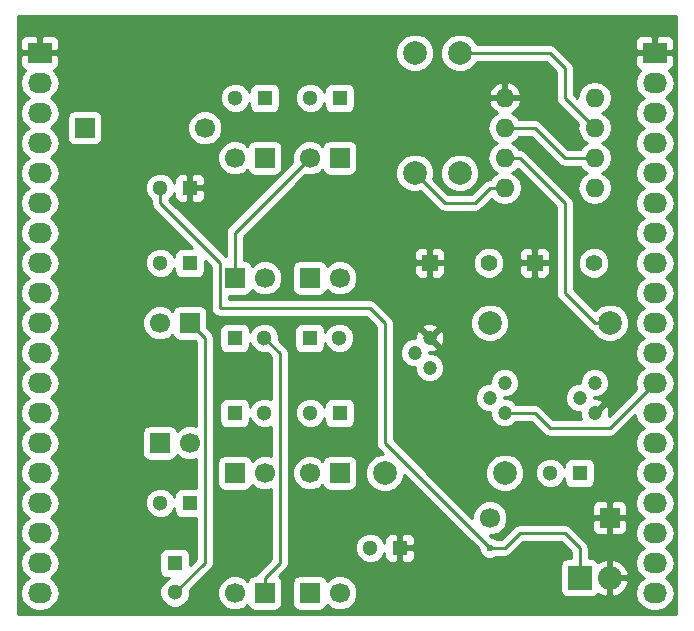
<source format=gbr>
G04 #@! TF.FileFunction,Copper,L2,Bot,Signal*
%FSLAX46Y46*%
G04 Gerber Fmt 4.6, Leading zero omitted, Abs format (unit mm)*
G04 Created by KiCad (PCBNEW 4.0.3+e1-6302~38~ubuntu16.04.1-stable) date Thu Aug 25 17:13:56 2016*
%MOMM*%
%LPD*%
G01*
G04 APERTURE LIST*
%ADD10C,0.100000*%
%ADD11R,1.400000X1.400000*%
%ADD12C,1.400000*%
%ADD13C,1.699260*%
%ADD14R,1.699260X1.699260*%
%ADD15C,1.998980*%
%ADD16O,1.600000X1.600000*%
%ADD17R,1.300000X1.300000*%
%ADD18C,1.300000*%
%ADD19C,1.200000*%
%ADD20R,2.032000X2.032000*%
%ADD21O,2.032000X2.032000*%
%ADD22R,2.032000X1.727200*%
%ADD23O,2.032000X1.727200*%
%ADD24C,0.600000*%
%ADD25C,0.250000*%
%ADD26C,0.254000*%
G04 APERTURE END LIST*
D10*
D11*
X115570000Y-53340000D03*
D12*
X120570000Y-53340000D03*
D11*
X106680000Y-53340000D03*
D12*
X111680000Y-53340000D03*
D13*
X111759480Y-74932540D03*
D14*
X121919480Y-74932540D03*
D13*
X99062540Y-81280520D03*
D14*
X99062540Y-71120520D03*
D13*
X96517460Y-71119480D03*
D14*
X96517460Y-81279480D03*
D13*
X99062540Y-54610520D03*
D14*
X99062540Y-44450520D03*
D13*
X96517460Y-44449480D03*
D14*
X96517460Y-54609480D03*
D13*
X90167460Y-44449480D03*
D14*
X90167460Y-54609480D03*
D13*
X92712540Y-54610520D03*
D14*
X92712540Y-44450520D03*
D13*
X92707460Y-71119480D03*
D14*
X92707460Y-81279480D03*
D13*
X90172540Y-81280520D03*
D14*
X90172540Y-71120520D03*
D13*
X86362540Y-68580520D03*
D14*
X86362540Y-58420520D03*
D13*
X83817460Y-58419480D03*
D14*
X83817460Y-68579480D03*
D13*
X87630520Y-41907460D03*
D14*
X77470520Y-41907460D03*
D15*
X105410000Y-35560000D03*
X105410000Y-45720000D03*
X109220000Y-35560000D03*
X109220000Y-45720000D03*
X111760000Y-58420000D03*
X121920000Y-58420000D03*
X113030000Y-71120000D03*
X102870000Y-71120000D03*
D16*
X113030000Y-39370000D03*
X113030000Y-41910000D03*
X113030000Y-44450000D03*
X113030000Y-46990000D03*
X120650000Y-46990000D03*
X120650000Y-44450000D03*
X120650000Y-41910000D03*
X120650000Y-39370000D03*
D17*
X86360000Y-46990000D03*
D18*
X83860000Y-46990000D03*
D17*
X86360000Y-53340000D03*
D18*
X83860000Y-53340000D03*
D17*
X86360000Y-73660000D03*
D18*
X83860000Y-73660000D03*
D17*
X85090000Y-78740000D03*
D18*
X85090000Y-81240000D03*
D17*
X90170000Y-66040000D03*
D18*
X92670000Y-66040000D03*
D17*
X90170000Y-59690000D03*
D18*
X92670000Y-59690000D03*
D17*
X92710000Y-39370000D03*
D18*
X90210000Y-39370000D03*
D17*
X99060000Y-39370000D03*
D18*
X96560000Y-39370000D03*
D17*
X96520000Y-59690000D03*
D18*
X99020000Y-59690000D03*
D17*
X99060000Y-66040000D03*
D18*
X96560000Y-66040000D03*
D17*
X104140000Y-77470000D03*
D18*
X101640000Y-77470000D03*
D17*
X119380000Y-71120000D03*
D18*
X116880000Y-71120000D03*
D19*
X106680000Y-59690000D03*
X105410000Y-60960000D03*
X106680000Y-62230000D03*
X120650000Y-63500000D03*
X119380000Y-64770000D03*
X120650000Y-66040000D03*
X113030000Y-63500000D03*
X111760000Y-64770000D03*
X113030000Y-66040000D03*
D20*
X119380000Y-80010000D03*
D21*
X121920000Y-80010000D03*
D22*
X125730000Y-35560000D03*
D23*
X125730000Y-38100000D03*
X125730000Y-40640000D03*
X125730000Y-43180000D03*
X125730000Y-45720000D03*
X125730000Y-48260000D03*
X125730000Y-50800000D03*
X125730000Y-53340000D03*
X125730000Y-55880000D03*
X125730000Y-58420000D03*
X125730000Y-60960000D03*
X125730000Y-63500000D03*
X125730000Y-66040000D03*
X125730000Y-68580000D03*
X125730000Y-71120000D03*
X125730000Y-73660000D03*
X125730000Y-76200000D03*
X125730000Y-78740000D03*
X125730000Y-81280000D03*
D22*
X73660000Y-35560000D03*
D23*
X73660000Y-38100000D03*
X73660000Y-40640000D03*
X73660000Y-43180000D03*
X73660000Y-45720000D03*
X73660000Y-48260000D03*
X73660000Y-50800000D03*
X73660000Y-53340000D03*
X73660000Y-55880000D03*
X73660000Y-58420000D03*
X73660000Y-60960000D03*
X73660000Y-63500000D03*
X73660000Y-66040000D03*
X73660000Y-68580000D03*
X73660000Y-71120000D03*
X73660000Y-73660000D03*
X73660000Y-76200000D03*
X73660000Y-78740000D03*
X73660000Y-81280000D03*
D24*
X111760000Y-77470000D03*
D25*
X120650000Y-44450000D02*
X118110000Y-44450000D01*
X115570000Y-41910000D02*
X113030000Y-41910000D01*
X118110000Y-44450000D02*
X115570000Y-41910000D01*
X90167460Y-54609480D02*
X90167460Y-50799480D01*
X90167460Y-50799480D02*
X96517460Y-44449480D01*
X92707460Y-81279480D02*
X92707460Y-80012540D01*
X93980000Y-61000000D02*
X92670000Y-59690000D01*
X93980000Y-78740000D02*
X93980000Y-61000000D01*
X92707460Y-80012540D02*
X93980000Y-78740000D01*
X85090000Y-81240000D02*
X85130000Y-81240000D01*
X85130000Y-81240000D02*
X87630000Y-78740000D01*
X87630000Y-59687980D02*
X86362540Y-58420520D01*
X87630000Y-78740000D02*
X87630000Y-59687980D01*
X83860000Y-46990000D02*
X83860000Y-48300000D01*
X119380000Y-77470000D02*
X119380000Y-80010000D01*
X118110000Y-76200000D02*
X119380000Y-77470000D01*
X114300000Y-76200000D02*
X118110000Y-76200000D01*
X113030000Y-77470000D02*
X114300000Y-76200000D01*
X111760000Y-77470000D02*
X113030000Y-77470000D01*
X102870000Y-68580000D02*
X111760000Y-77470000D01*
X102870000Y-58420000D02*
X102870000Y-68580000D01*
X101600000Y-57150000D02*
X102870000Y-58420000D01*
X88900000Y-57150000D02*
X101600000Y-57150000D01*
X88900000Y-53340000D02*
X88900000Y-57150000D01*
X83860000Y-48300000D02*
X88900000Y-53340000D01*
X83860000Y-46990000D02*
X83860000Y-47030000D01*
X113030000Y-46990000D02*
X111760000Y-46990000D01*
X107950000Y-48260000D02*
X105410000Y-45720000D01*
X110490000Y-48260000D02*
X107950000Y-48260000D01*
X111760000Y-46990000D02*
X110490000Y-48260000D01*
X113030000Y-66040000D02*
X115570000Y-66040000D01*
X123190000Y-66040000D02*
X125730000Y-63500000D01*
X121920000Y-67310000D02*
X123190000Y-66040000D01*
X116840000Y-67310000D02*
X121920000Y-67310000D01*
X115570000Y-66040000D02*
X116840000Y-67310000D01*
X109220000Y-35560000D02*
X116840000Y-35560000D01*
X118110000Y-39370000D02*
X120650000Y-41910000D01*
X118110000Y-36830000D02*
X118110000Y-39370000D01*
X116840000Y-35560000D02*
X118110000Y-36830000D01*
X113030000Y-44450000D02*
X114300000Y-44450000D01*
X120650000Y-58420000D02*
X121920000Y-58420000D01*
X118110000Y-55880000D02*
X120650000Y-58420000D01*
X118110000Y-48260000D02*
X118110000Y-55880000D01*
X114300000Y-44450000D02*
X118110000Y-48260000D01*
D26*
G36*
X127560000Y-83110000D02*
X71830000Y-83110000D01*
X71830000Y-38100000D01*
X71976655Y-38100000D01*
X72090729Y-38673489D01*
X72415585Y-39159670D01*
X72730366Y-39370000D01*
X72415585Y-39580330D01*
X72090729Y-40066511D01*
X71976655Y-40640000D01*
X72090729Y-41213489D01*
X72415585Y-41699670D01*
X72730366Y-41910000D01*
X72415585Y-42120330D01*
X72090729Y-42606511D01*
X71976655Y-43180000D01*
X72090729Y-43753489D01*
X72415585Y-44239670D01*
X72730366Y-44450000D01*
X72415585Y-44660330D01*
X72090729Y-45146511D01*
X71976655Y-45720000D01*
X72090729Y-46293489D01*
X72415585Y-46779670D01*
X72730366Y-46990000D01*
X72415585Y-47200330D01*
X72090729Y-47686511D01*
X71976655Y-48260000D01*
X72090729Y-48833489D01*
X72415585Y-49319670D01*
X72730366Y-49530000D01*
X72415585Y-49740330D01*
X72090729Y-50226511D01*
X71976655Y-50800000D01*
X72090729Y-51373489D01*
X72415585Y-51859670D01*
X72730366Y-52070000D01*
X72415585Y-52280330D01*
X72090729Y-52766511D01*
X71976655Y-53340000D01*
X72090729Y-53913489D01*
X72415585Y-54399670D01*
X72730366Y-54610000D01*
X72415585Y-54820330D01*
X72090729Y-55306511D01*
X71976655Y-55880000D01*
X72090729Y-56453489D01*
X72415585Y-56939670D01*
X72730366Y-57150000D01*
X72415585Y-57360330D01*
X72090729Y-57846511D01*
X71976655Y-58420000D01*
X72090729Y-58993489D01*
X72415585Y-59479670D01*
X72730366Y-59690000D01*
X72415585Y-59900330D01*
X72090729Y-60386511D01*
X71976655Y-60960000D01*
X72090729Y-61533489D01*
X72415585Y-62019670D01*
X72730366Y-62230000D01*
X72415585Y-62440330D01*
X72090729Y-62926511D01*
X71976655Y-63500000D01*
X72090729Y-64073489D01*
X72415585Y-64559670D01*
X72730366Y-64770000D01*
X72415585Y-64980330D01*
X72090729Y-65466511D01*
X71976655Y-66040000D01*
X72090729Y-66613489D01*
X72415585Y-67099670D01*
X72730366Y-67310000D01*
X72415585Y-67520330D01*
X72090729Y-68006511D01*
X71976655Y-68580000D01*
X72090729Y-69153489D01*
X72415585Y-69639670D01*
X72730366Y-69850000D01*
X72415585Y-70060330D01*
X72090729Y-70546511D01*
X71976655Y-71120000D01*
X72090729Y-71693489D01*
X72415585Y-72179670D01*
X72730366Y-72390000D01*
X72415585Y-72600330D01*
X72090729Y-73086511D01*
X71976655Y-73660000D01*
X72090729Y-74233489D01*
X72415585Y-74719670D01*
X72730366Y-74930000D01*
X72415585Y-75140330D01*
X72090729Y-75626511D01*
X71976655Y-76200000D01*
X72090729Y-76773489D01*
X72415585Y-77259670D01*
X72730366Y-77470000D01*
X72415585Y-77680330D01*
X72090729Y-78166511D01*
X71976655Y-78740000D01*
X72090729Y-79313489D01*
X72415585Y-79799670D01*
X72730366Y-80010000D01*
X72415585Y-80220330D01*
X72090729Y-80706511D01*
X71976655Y-81280000D01*
X72090729Y-81853489D01*
X72415585Y-82339670D01*
X72901766Y-82664526D01*
X73475255Y-82778600D01*
X73844745Y-82778600D01*
X74418234Y-82664526D01*
X74904415Y-82339670D01*
X75229271Y-81853489D01*
X75343345Y-81280000D01*
X75229271Y-80706511D01*
X74904415Y-80220330D01*
X74589634Y-80010000D01*
X74904415Y-79799670D01*
X75229271Y-79313489D01*
X75343345Y-78740000D01*
X75229271Y-78166511D01*
X74904415Y-77680330D01*
X74589634Y-77470000D01*
X74904415Y-77259670D01*
X75229271Y-76773489D01*
X75343345Y-76200000D01*
X75229271Y-75626511D01*
X74904415Y-75140330D01*
X74589634Y-74930000D01*
X74904415Y-74719670D01*
X75229271Y-74233489D01*
X75343345Y-73660000D01*
X75229271Y-73086511D01*
X74904415Y-72600330D01*
X74589634Y-72390000D01*
X74904415Y-72179670D01*
X75229271Y-71693489D01*
X75343345Y-71120000D01*
X75229271Y-70546511D01*
X74904415Y-70060330D01*
X74589634Y-69850000D01*
X74904415Y-69639670D01*
X75229271Y-69153489D01*
X75343345Y-68580000D01*
X75229271Y-68006511D01*
X75044412Y-67729850D01*
X82320390Y-67729850D01*
X82320390Y-69429110D01*
X82364668Y-69664427D01*
X82503740Y-69880551D01*
X82715940Y-70025541D01*
X82967830Y-70076550D01*
X84667090Y-70076550D01*
X84902407Y-70032272D01*
X85118531Y-69893200D01*
X85263521Y-69681000D01*
X85280356Y-69597865D01*
X85520466Y-69838394D01*
X86065933Y-70064892D01*
X86656556Y-70065408D01*
X86870000Y-69977214D01*
X86870000Y-72362560D01*
X85710000Y-72362560D01*
X85474683Y-72406838D01*
X85258559Y-72545910D01*
X85113569Y-72758110D01*
X85062560Y-73010000D01*
X85062560Y-73205460D01*
X84950005Y-72933057D01*
X84588845Y-72571265D01*
X84116724Y-72375223D01*
X83605519Y-72374777D01*
X83133057Y-72569995D01*
X82771265Y-72931155D01*
X82575223Y-73403276D01*
X82574777Y-73914481D01*
X82769995Y-74386943D01*
X83131155Y-74748735D01*
X83603276Y-74944777D01*
X84114481Y-74945223D01*
X84586943Y-74750005D01*
X84948735Y-74388845D01*
X85062560Y-74114724D01*
X85062560Y-74310000D01*
X85106838Y-74545317D01*
X85245910Y-74761441D01*
X85458110Y-74906431D01*
X85710000Y-74957440D01*
X86870000Y-74957440D01*
X86870000Y-78425198D01*
X86387440Y-78907758D01*
X86387440Y-78090000D01*
X86343162Y-77854683D01*
X86204090Y-77638559D01*
X85991890Y-77493569D01*
X85740000Y-77442560D01*
X84440000Y-77442560D01*
X84204683Y-77486838D01*
X83988559Y-77625910D01*
X83843569Y-77838110D01*
X83792560Y-78090000D01*
X83792560Y-79390000D01*
X83836838Y-79625317D01*
X83975910Y-79841441D01*
X84188110Y-79986431D01*
X84440000Y-80037440D01*
X84635460Y-80037440D01*
X84363057Y-80149995D01*
X84001265Y-80511155D01*
X83805223Y-80983276D01*
X83804777Y-81494481D01*
X83999995Y-81966943D01*
X84361155Y-82328735D01*
X84833276Y-82524777D01*
X85344481Y-82525223D01*
X85816943Y-82330005D01*
X86178735Y-81968845D01*
X86374777Y-81496724D01*
X86375150Y-81069652D01*
X88167401Y-79277401D01*
X88332148Y-79030839D01*
X88390000Y-78740000D01*
X88390000Y-70270890D01*
X88675470Y-70270890D01*
X88675470Y-71970150D01*
X88719748Y-72205467D01*
X88858820Y-72421591D01*
X89071020Y-72566581D01*
X89322910Y-72617590D01*
X91022170Y-72617590D01*
X91257487Y-72573312D01*
X91473611Y-72434240D01*
X91618601Y-72222040D01*
X91634073Y-72145637D01*
X91865386Y-72377354D01*
X92410853Y-72603852D01*
X93001476Y-72604368D01*
X93220000Y-72514075D01*
X93220000Y-78425198D01*
X92170059Y-79475139D01*
X92005312Y-79721701D01*
X91993236Y-79782410D01*
X91857830Y-79782410D01*
X91622513Y-79826688D01*
X91406389Y-79965760D01*
X91261399Y-80177960D01*
X91245927Y-80254363D01*
X91014614Y-80022646D01*
X90469147Y-79796148D01*
X89878524Y-79795632D01*
X89332663Y-80021178D01*
X88914666Y-80438446D01*
X88688168Y-80983913D01*
X88687652Y-81574536D01*
X88913198Y-82120397D01*
X89330466Y-82538394D01*
X89875933Y-82764892D01*
X90466556Y-82765408D01*
X91012417Y-82539862D01*
X91244151Y-82308532D01*
X91254668Y-82364427D01*
X91393740Y-82580551D01*
X91605940Y-82725541D01*
X91857830Y-82776550D01*
X93557090Y-82776550D01*
X93792407Y-82732272D01*
X94008531Y-82593200D01*
X94153521Y-82381000D01*
X94204530Y-82129110D01*
X94204530Y-80429850D01*
X95020390Y-80429850D01*
X95020390Y-82129110D01*
X95064668Y-82364427D01*
X95203740Y-82580551D01*
X95415940Y-82725541D01*
X95667830Y-82776550D01*
X97367090Y-82776550D01*
X97602407Y-82732272D01*
X97818531Y-82593200D01*
X97963521Y-82381000D01*
X97980356Y-82297865D01*
X98220466Y-82538394D01*
X98765933Y-82764892D01*
X99356556Y-82765408D01*
X99902417Y-82539862D01*
X100320414Y-82122594D01*
X100546912Y-81577127D01*
X100547428Y-80986504D01*
X100321882Y-80440643D01*
X99904614Y-80022646D01*
X99359147Y-79796148D01*
X98768524Y-79795632D01*
X98222663Y-80021178D01*
X97982705Y-80260717D01*
X97970252Y-80194533D01*
X97831180Y-79978409D01*
X97618980Y-79833419D01*
X97367090Y-79782410D01*
X95667830Y-79782410D01*
X95432513Y-79826688D01*
X95216389Y-79965760D01*
X95071399Y-80177960D01*
X95020390Y-80429850D01*
X94204530Y-80429850D01*
X94160252Y-80194533D01*
X94021180Y-79978409D01*
X93899520Y-79895282D01*
X94517401Y-79277401D01*
X94682148Y-79030840D01*
X94740000Y-78740000D01*
X94740000Y-77724481D01*
X100354777Y-77724481D01*
X100549995Y-78196943D01*
X100911155Y-78558735D01*
X101383276Y-78754777D01*
X101894481Y-78755223D01*
X102366943Y-78560005D01*
X102728735Y-78198845D01*
X102855000Y-77894765D01*
X102855000Y-78246310D01*
X102951673Y-78479699D01*
X103130302Y-78658327D01*
X103363691Y-78755000D01*
X103854250Y-78755000D01*
X104013000Y-78596250D01*
X104013000Y-77597000D01*
X104267000Y-77597000D01*
X104267000Y-78596250D01*
X104425750Y-78755000D01*
X104916309Y-78755000D01*
X105149698Y-78658327D01*
X105328327Y-78479699D01*
X105425000Y-78246310D01*
X105425000Y-77755750D01*
X105266250Y-77597000D01*
X104267000Y-77597000D01*
X104013000Y-77597000D01*
X103993000Y-77597000D01*
X103993000Y-77343000D01*
X104013000Y-77343000D01*
X104013000Y-76343750D01*
X104267000Y-76343750D01*
X104267000Y-77343000D01*
X105266250Y-77343000D01*
X105425000Y-77184250D01*
X105425000Y-76693690D01*
X105328327Y-76460301D01*
X105149698Y-76281673D01*
X104916309Y-76185000D01*
X104425750Y-76185000D01*
X104267000Y-76343750D01*
X104013000Y-76343750D01*
X103854250Y-76185000D01*
X103363691Y-76185000D01*
X103130302Y-76281673D01*
X102951673Y-76460301D01*
X102855000Y-76693690D01*
X102855000Y-77045567D01*
X102730005Y-76743057D01*
X102368845Y-76381265D01*
X101896724Y-76185223D01*
X101385519Y-76184777D01*
X100913057Y-76379995D01*
X100551265Y-76741155D01*
X100355223Y-77213276D01*
X100354777Y-77724481D01*
X94740000Y-77724481D01*
X94740000Y-71413496D01*
X95032572Y-71413496D01*
X95258118Y-71959357D01*
X95675386Y-72377354D01*
X96220853Y-72603852D01*
X96811476Y-72604368D01*
X97357337Y-72378822D01*
X97597295Y-72139283D01*
X97609748Y-72205467D01*
X97748820Y-72421591D01*
X97961020Y-72566581D01*
X98212910Y-72617590D01*
X99912170Y-72617590D01*
X100147487Y-72573312D01*
X100363611Y-72434240D01*
X100508601Y-72222040D01*
X100559610Y-71970150D01*
X100559610Y-70270890D01*
X100515332Y-70035573D01*
X100376260Y-69819449D01*
X100164060Y-69674459D01*
X99912170Y-69623450D01*
X98212910Y-69623450D01*
X97977593Y-69667728D01*
X97761469Y-69806800D01*
X97616479Y-70019000D01*
X97599644Y-70102135D01*
X97359534Y-69861606D01*
X96814067Y-69635108D01*
X96223444Y-69634592D01*
X95677583Y-69860138D01*
X95259586Y-70277406D01*
X95033088Y-70822873D01*
X95032572Y-71413496D01*
X94740000Y-71413496D01*
X94740000Y-66294481D01*
X95274777Y-66294481D01*
X95469995Y-66766943D01*
X95831155Y-67128735D01*
X96303276Y-67324777D01*
X96814481Y-67325223D01*
X97286943Y-67130005D01*
X97648735Y-66768845D01*
X97762560Y-66494724D01*
X97762560Y-66690000D01*
X97806838Y-66925317D01*
X97945910Y-67141441D01*
X98158110Y-67286431D01*
X98410000Y-67337440D01*
X99710000Y-67337440D01*
X99945317Y-67293162D01*
X100161441Y-67154090D01*
X100306431Y-66941890D01*
X100357440Y-66690000D01*
X100357440Y-65390000D01*
X100313162Y-65154683D01*
X100174090Y-64938559D01*
X99961890Y-64793569D01*
X99710000Y-64742560D01*
X98410000Y-64742560D01*
X98174683Y-64786838D01*
X97958559Y-64925910D01*
X97813569Y-65138110D01*
X97762560Y-65390000D01*
X97762560Y-65585460D01*
X97650005Y-65313057D01*
X97288845Y-64951265D01*
X96816724Y-64755223D01*
X96305519Y-64754777D01*
X95833057Y-64949995D01*
X95471265Y-65311155D01*
X95275223Y-65783276D01*
X95274777Y-66294481D01*
X94740000Y-66294481D01*
X94740000Y-61000000D01*
X94682148Y-60709161D01*
X94517401Y-60462599D01*
X93954818Y-59900016D01*
X93955223Y-59435519D01*
X93791798Y-59040000D01*
X95222560Y-59040000D01*
X95222560Y-60340000D01*
X95266838Y-60575317D01*
X95405910Y-60791441D01*
X95618110Y-60936431D01*
X95870000Y-60987440D01*
X97170000Y-60987440D01*
X97405317Y-60943162D01*
X97621441Y-60804090D01*
X97766431Y-60591890D01*
X97817440Y-60340000D01*
X97817440Y-60144540D01*
X97929995Y-60416943D01*
X98291155Y-60778735D01*
X98763276Y-60974777D01*
X99274481Y-60975223D01*
X99746943Y-60780005D01*
X100108735Y-60418845D01*
X100304777Y-59946724D01*
X100305223Y-59435519D01*
X100110005Y-58963057D01*
X99748845Y-58601265D01*
X99276724Y-58405223D01*
X98765519Y-58404777D01*
X98293057Y-58599995D01*
X97931265Y-58961155D01*
X97817440Y-59235276D01*
X97817440Y-59040000D01*
X97773162Y-58804683D01*
X97634090Y-58588559D01*
X97421890Y-58443569D01*
X97170000Y-58392560D01*
X95870000Y-58392560D01*
X95634683Y-58436838D01*
X95418559Y-58575910D01*
X95273569Y-58788110D01*
X95222560Y-59040000D01*
X93791798Y-59040000D01*
X93760005Y-58963057D01*
X93398845Y-58601265D01*
X92926724Y-58405223D01*
X92415519Y-58404777D01*
X91943057Y-58599995D01*
X91581265Y-58961155D01*
X91467440Y-59235276D01*
X91467440Y-59040000D01*
X91423162Y-58804683D01*
X91284090Y-58588559D01*
X91071890Y-58443569D01*
X90820000Y-58392560D01*
X89520000Y-58392560D01*
X89284683Y-58436838D01*
X89068559Y-58575910D01*
X88923569Y-58788110D01*
X88872560Y-59040000D01*
X88872560Y-60340000D01*
X88916838Y-60575317D01*
X89055910Y-60791441D01*
X89268110Y-60936431D01*
X89520000Y-60987440D01*
X90820000Y-60987440D01*
X91055317Y-60943162D01*
X91271441Y-60804090D01*
X91416431Y-60591890D01*
X91467440Y-60340000D01*
X91467440Y-60144540D01*
X91579995Y-60416943D01*
X91941155Y-60778735D01*
X92413276Y-60974777D01*
X92880383Y-60975185D01*
X93220000Y-61314802D01*
X93220000Y-64877002D01*
X92926724Y-64755223D01*
X92415519Y-64754777D01*
X91943057Y-64949995D01*
X91581265Y-65311155D01*
X91467440Y-65585276D01*
X91467440Y-65390000D01*
X91423162Y-65154683D01*
X91284090Y-64938559D01*
X91071890Y-64793569D01*
X90820000Y-64742560D01*
X89520000Y-64742560D01*
X89284683Y-64786838D01*
X89068559Y-64925910D01*
X88923569Y-65138110D01*
X88872560Y-65390000D01*
X88872560Y-66690000D01*
X88916838Y-66925317D01*
X89055910Y-67141441D01*
X89268110Y-67286431D01*
X89520000Y-67337440D01*
X90820000Y-67337440D01*
X91055317Y-67293162D01*
X91271441Y-67154090D01*
X91416431Y-66941890D01*
X91467440Y-66690000D01*
X91467440Y-66494540D01*
X91579995Y-66766943D01*
X91941155Y-67128735D01*
X92413276Y-67324777D01*
X92924481Y-67325223D01*
X93220000Y-67203117D01*
X93220000Y-69724771D01*
X93004067Y-69635108D01*
X92413444Y-69634592D01*
X91867583Y-69860138D01*
X91635849Y-70091468D01*
X91625332Y-70035573D01*
X91486260Y-69819449D01*
X91274060Y-69674459D01*
X91022170Y-69623450D01*
X89322910Y-69623450D01*
X89087593Y-69667728D01*
X88871469Y-69806800D01*
X88726479Y-70019000D01*
X88675470Y-70270890D01*
X88390000Y-70270890D01*
X88390000Y-59687980D01*
X88332148Y-59397141D01*
X88167401Y-59150579D01*
X87859610Y-58842788D01*
X87859610Y-57570890D01*
X87815332Y-57335573D01*
X87676260Y-57119449D01*
X87464060Y-56974459D01*
X87212170Y-56923450D01*
X85512910Y-56923450D01*
X85277593Y-56967728D01*
X85061469Y-57106800D01*
X84916479Y-57319000D01*
X84899644Y-57402135D01*
X84659534Y-57161606D01*
X84114067Y-56935108D01*
X83523444Y-56934592D01*
X82977583Y-57160138D01*
X82559586Y-57577406D01*
X82333088Y-58122873D01*
X82332572Y-58713496D01*
X82558118Y-59259357D01*
X82975386Y-59677354D01*
X83520853Y-59903852D01*
X84111476Y-59904368D01*
X84657337Y-59678822D01*
X84897295Y-59439283D01*
X84909748Y-59505467D01*
X85048820Y-59721591D01*
X85261020Y-59866581D01*
X85512910Y-59917590D01*
X86784808Y-59917590D01*
X86870000Y-60002782D01*
X86870000Y-67183702D01*
X86659147Y-67096148D01*
X86068524Y-67095632D01*
X85522663Y-67321178D01*
X85282705Y-67560717D01*
X85270252Y-67494533D01*
X85131180Y-67278409D01*
X84918980Y-67133419D01*
X84667090Y-67082410D01*
X82967830Y-67082410D01*
X82732513Y-67126688D01*
X82516389Y-67265760D01*
X82371399Y-67477960D01*
X82320390Y-67729850D01*
X75044412Y-67729850D01*
X74904415Y-67520330D01*
X74589634Y-67310000D01*
X74904415Y-67099670D01*
X75229271Y-66613489D01*
X75343345Y-66040000D01*
X75229271Y-65466511D01*
X74904415Y-64980330D01*
X74589634Y-64770000D01*
X74904415Y-64559670D01*
X75229271Y-64073489D01*
X75343345Y-63500000D01*
X75229271Y-62926511D01*
X74904415Y-62440330D01*
X74589634Y-62230000D01*
X74904415Y-62019670D01*
X75229271Y-61533489D01*
X75343345Y-60960000D01*
X75229271Y-60386511D01*
X74904415Y-59900330D01*
X74589634Y-59690000D01*
X74904415Y-59479670D01*
X75229271Y-58993489D01*
X75343345Y-58420000D01*
X75229271Y-57846511D01*
X74904415Y-57360330D01*
X74589634Y-57150000D01*
X74904415Y-56939670D01*
X75229271Y-56453489D01*
X75343345Y-55880000D01*
X75229271Y-55306511D01*
X74904415Y-54820330D01*
X74589634Y-54610000D01*
X74904415Y-54399670D01*
X75229271Y-53913489D01*
X75343345Y-53340000D01*
X75229271Y-52766511D01*
X74904415Y-52280330D01*
X74589634Y-52070000D01*
X74904415Y-51859670D01*
X75229271Y-51373489D01*
X75343345Y-50800000D01*
X75229271Y-50226511D01*
X74904415Y-49740330D01*
X74589634Y-49530000D01*
X74904415Y-49319670D01*
X75229271Y-48833489D01*
X75343345Y-48260000D01*
X75229271Y-47686511D01*
X74933916Y-47244481D01*
X82574777Y-47244481D01*
X82769995Y-47716943D01*
X83100000Y-48047525D01*
X83100000Y-48300000D01*
X83157852Y-48590839D01*
X83322599Y-48837401D01*
X86527758Y-52042560D01*
X85710000Y-52042560D01*
X85474683Y-52086838D01*
X85258559Y-52225910D01*
X85113569Y-52438110D01*
X85062560Y-52690000D01*
X85062560Y-52885460D01*
X84950005Y-52613057D01*
X84588845Y-52251265D01*
X84116724Y-52055223D01*
X83605519Y-52054777D01*
X83133057Y-52249995D01*
X82771265Y-52611155D01*
X82575223Y-53083276D01*
X82574777Y-53594481D01*
X82769995Y-54066943D01*
X83131155Y-54428735D01*
X83603276Y-54624777D01*
X84114481Y-54625223D01*
X84586943Y-54430005D01*
X84948735Y-54068845D01*
X85062560Y-53794724D01*
X85062560Y-53990000D01*
X85106838Y-54225317D01*
X85245910Y-54441441D01*
X85458110Y-54586431D01*
X85710000Y-54637440D01*
X87010000Y-54637440D01*
X87245317Y-54593162D01*
X87461441Y-54454090D01*
X87606431Y-54241890D01*
X87657440Y-53990000D01*
X87657440Y-53172242D01*
X88140000Y-53654802D01*
X88140000Y-57150000D01*
X88197852Y-57440839D01*
X88362599Y-57687401D01*
X88609161Y-57852148D01*
X88900000Y-57910000D01*
X101285198Y-57910000D01*
X102110000Y-58734802D01*
X102110000Y-68580000D01*
X102167852Y-68870839D01*
X102332599Y-69117401D01*
X102700559Y-69485361D01*
X102546306Y-69485226D01*
X101945345Y-69733538D01*
X101485154Y-70192927D01*
X101235794Y-70793453D01*
X101235226Y-71443694D01*
X101483538Y-72044655D01*
X101942927Y-72504846D01*
X102543453Y-72754206D01*
X103193694Y-72754774D01*
X103794655Y-72506462D01*
X104254846Y-72047073D01*
X104504206Y-71446547D01*
X104504343Y-71289145D01*
X110824878Y-77609680D01*
X110824838Y-77655167D01*
X110966883Y-77998943D01*
X111229673Y-78262192D01*
X111573201Y-78404838D01*
X111945167Y-78405162D01*
X112288943Y-78263117D01*
X112322118Y-78230000D01*
X113030000Y-78230000D01*
X113320839Y-78172148D01*
X113567401Y-78007401D01*
X114614802Y-76960000D01*
X117795198Y-76960000D01*
X118620000Y-77784802D01*
X118620000Y-78346560D01*
X118364000Y-78346560D01*
X118128683Y-78390838D01*
X117912559Y-78529910D01*
X117767569Y-78742110D01*
X117716560Y-78994000D01*
X117716560Y-81026000D01*
X117760838Y-81261317D01*
X117899910Y-81477441D01*
X118112110Y-81622431D01*
X118364000Y-81673440D01*
X120396000Y-81673440D01*
X120631317Y-81629162D01*
X120847441Y-81490090D01*
X120947856Y-81343128D01*
X120951621Y-81347188D01*
X121537054Y-81615983D01*
X121793000Y-81497367D01*
X121793000Y-80137000D01*
X122047000Y-80137000D01*
X122047000Y-81497367D01*
X122302946Y-81615983D01*
X122888379Y-81347188D01*
X123326385Y-80874818D01*
X123525975Y-80392944D01*
X123406836Y-80137000D01*
X122047000Y-80137000D01*
X121793000Y-80137000D01*
X121773000Y-80137000D01*
X121773000Y-79883000D01*
X121793000Y-79883000D01*
X121793000Y-78522633D01*
X122047000Y-78522633D01*
X122047000Y-79883000D01*
X123406836Y-79883000D01*
X123525975Y-79627056D01*
X123326385Y-79145182D01*
X122888379Y-78672812D01*
X122302946Y-78404017D01*
X122047000Y-78522633D01*
X121793000Y-78522633D01*
X121537054Y-78404017D01*
X120951621Y-78672812D01*
X120947066Y-78677724D01*
X120860090Y-78542559D01*
X120647890Y-78397569D01*
X120396000Y-78346560D01*
X120140000Y-78346560D01*
X120140000Y-77470000D01*
X120102843Y-77283201D01*
X120082148Y-77179160D01*
X119917401Y-76932599D01*
X118647401Y-75662599D01*
X118400839Y-75497852D01*
X118110000Y-75440000D01*
X114300000Y-75440000D01*
X114009160Y-75497852D01*
X113762599Y-75662599D01*
X112715198Y-76710000D01*
X112322463Y-76710000D01*
X112290327Y-76677808D01*
X111946799Y-76535162D01*
X111899923Y-76535121D01*
X111781993Y-76417191D01*
X112053496Y-76417428D01*
X112599357Y-76191882D01*
X113017354Y-75774614D01*
X113243852Y-75229147D01*
X113243861Y-75218290D01*
X120434850Y-75218290D01*
X120434850Y-75908480D01*
X120531523Y-76141869D01*
X120710152Y-76320497D01*
X120943541Y-76417170D01*
X121633730Y-76417170D01*
X121792480Y-76258420D01*
X121792480Y-75059540D01*
X122046480Y-75059540D01*
X122046480Y-76258420D01*
X122205230Y-76417170D01*
X122895419Y-76417170D01*
X123128808Y-76320497D01*
X123307437Y-76141869D01*
X123404110Y-75908480D01*
X123404110Y-75218290D01*
X123245360Y-75059540D01*
X122046480Y-75059540D01*
X121792480Y-75059540D01*
X120593600Y-75059540D01*
X120434850Y-75218290D01*
X113243861Y-75218290D01*
X113244368Y-74638524D01*
X113018822Y-74092663D01*
X112882997Y-73956600D01*
X120434850Y-73956600D01*
X120434850Y-74646790D01*
X120593600Y-74805540D01*
X121792480Y-74805540D01*
X121792480Y-73606660D01*
X122046480Y-73606660D01*
X122046480Y-74805540D01*
X123245360Y-74805540D01*
X123404110Y-74646790D01*
X123404110Y-73956600D01*
X123307437Y-73723211D01*
X123128808Y-73544583D01*
X122895419Y-73447910D01*
X122205230Y-73447910D01*
X122046480Y-73606660D01*
X121792480Y-73606660D01*
X121633730Y-73447910D01*
X120943541Y-73447910D01*
X120710152Y-73544583D01*
X120531523Y-73723211D01*
X120434850Y-73956600D01*
X112882997Y-73956600D01*
X112601554Y-73674666D01*
X112056087Y-73448168D01*
X111465464Y-73447652D01*
X110919603Y-73673198D01*
X110501606Y-74090466D01*
X110275108Y-74635933D01*
X110274869Y-74910067D01*
X106808496Y-71443694D01*
X111395226Y-71443694D01*
X111643538Y-72044655D01*
X112102927Y-72504846D01*
X112703453Y-72754206D01*
X113353694Y-72754774D01*
X113954655Y-72506462D01*
X114414846Y-72047073D01*
X114664206Y-71446547D01*
X114664268Y-71374481D01*
X115594777Y-71374481D01*
X115789995Y-71846943D01*
X116151155Y-72208735D01*
X116623276Y-72404777D01*
X117134481Y-72405223D01*
X117606943Y-72210005D01*
X117968735Y-71848845D01*
X118082560Y-71574724D01*
X118082560Y-71770000D01*
X118126838Y-72005317D01*
X118265910Y-72221441D01*
X118478110Y-72366431D01*
X118730000Y-72417440D01*
X120030000Y-72417440D01*
X120265317Y-72373162D01*
X120481441Y-72234090D01*
X120626431Y-72021890D01*
X120677440Y-71770000D01*
X120677440Y-70470000D01*
X120633162Y-70234683D01*
X120494090Y-70018559D01*
X120281890Y-69873569D01*
X120030000Y-69822560D01*
X118730000Y-69822560D01*
X118494683Y-69866838D01*
X118278559Y-70005910D01*
X118133569Y-70218110D01*
X118082560Y-70470000D01*
X118082560Y-70665460D01*
X117970005Y-70393057D01*
X117608845Y-70031265D01*
X117136724Y-69835223D01*
X116625519Y-69834777D01*
X116153057Y-70029995D01*
X115791265Y-70391155D01*
X115595223Y-70863276D01*
X115594777Y-71374481D01*
X114664268Y-71374481D01*
X114664774Y-70796306D01*
X114416462Y-70195345D01*
X113957073Y-69735154D01*
X113356547Y-69485794D01*
X112706306Y-69485226D01*
X112105345Y-69733538D01*
X111645154Y-70192927D01*
X111395794Y-70793453D01*
X111395226Y-71443694D01*
X106808496Y-71443694D01*
X103630000Y-68265198D01*
X103630000Y-65014579D01*
X110524786Y-65014579D01*
X110712408Y-65468657D01*
X111059515Y-65816371D01*
X111513266Y-66004785D01*
X111795030Y-66005031D01*
X111794786Y-66284579D01*
X111982408Y-66738657D01*
X112329515Y-67086371D01*
X112783266Y-67274785D01*
X113274579Y-67275214D01*
X113728657Y-67087592D01*
X114016752Y-66800000D01*
X115255198Y-66800000D01*
X116302599Y-67847401D01*
X116549160Y-68012148D01*
X116840000Y-68070000D01*
X121920000Y-68070000D01*
X122210839Y-68012148D01*
X122457401Y-67847401D01*
X124082848Y-66221954D01*
X124160729Y-66613489D01*
X124485585Y-67099670D01*
X124800366Y-67310000D01*
X124485585Y-67520330D01*
X124160729Y-68006511D01*
X124046655Y-68580000D01*
X124160729Y-69153489D01*
X124485585Y-69639670D01*
X124800366Y-69850000D01*
X124485585Y-70060330D01*
X124160729Y-70546511D01*
X124046655Y-71120000D01*
X124160729Y-71693489D01*
X124485585Y-72179670D01*
X124800366Y-72390000D01*
X124485585Y-72600330D01*
X124160729Y-73086511D01*
X124046655Y-73660000D01*
X124160729Y-74233489D01*
X124485585Y-74719670D01*
X124800366Y-74930000D01*
X124485585Y-75140330D01*
X124160729Y-75626511D01*
X124046655Y-76200000D01*
X124160729Y-76773489D01*
X124485585Y-77259670D01*
X124800366Y-77470000D01*
X124485585Y-77680330D01*
X124160729Y-78166511D01*
X124046655Y-78740000D01*
X124160729Y-79313489D01*
X124485585Y-79799670D01*
X124800366Y-80010000D01*
X124485585Y-80220330D01*
X124160729Y-80706511D01*
X124046655Y-81280000D01*
X124160729Y-81853489D01*
X124485585Y-82339670D01*
X124971766Y-82664526D01*
X125545255Y-82778600D01*
X125914745Y-82778600D01*
X126488234Y-82664526D01*
X126974415Y-82339670D01*
X127299271Y-81853489D01*
X127413345Y-81280000D01*
X127299271Y-80706511D01*
X126974415Y-80220330D01*
X126659634Y-80010000D01*
X126974415Y-79799670D01*
X127299271Y-79313489D01*
X127413345Y-78740000D01*
X127299271Y-78166511D01*
X126974415Y-77680330D01*
X126659634Y-77470000D01*
X126974415Y-77259670D01*
X127299271Y-76773489D01*
X127413345Y-76200000D01*
X127299271Y-75626511D01*
X126974415Y-75140330D01*
X126659634Y-74930000D01*
X126974415Y-74719670D01*
X127299271Y-74233489D01*
X127413345Y-73660000D01*
X127299271Y-73086511D01*
X126974415Y-72600330D01*
X126659634Y-72390000D01*
X126974415Y-72179670D01*
X127299271Y-71693489D01*
X127413345Y-71120000D01*
X127299271Y-70546511D01*
X126974415Y-70060330D01*
X126659634Y-69850000D01*
X126974415Y-69639670D01*
X127299271Y-69153489D01*
X127413345Y-68580000D01*
X127299271Y-68006511D01*
X126974415Y-67520330D01*
X126659634Y-67310000D01*
X126974415Y-67099670D01*
X127299271Y-66613489D01*
X127413345Y-66040000D01*
X127299271Y-65466511D01*
X126974415Y-64980330D01*
X126659634Y-64770000D01*
X126974415Y-64559670D01*
X127299271Y-64073489D01*
X127413345Y-63500000D01*
X127299271Y-62926511D01*
X126974415Y-62440330D01*
X126659634Y-62230000D01*
X126974415Y-62019670D01*
X127299271Y-61533489D01*
X127413345Y-60960000D01*
X127299271Y-60386511D01*
X126974415Y-59900330D01*
X126659634Y-59690000D01*
X126974415Y-59479670D01*
X127299271Y-58993489D01*
X127413345Y-58420000D01*
X127299271Y-57846511D01*
X126974415Y-57360330D01*
X126659634Y-57150000D01*
X126974415Y-56939670D01*
X127299271Y-56453489D01*
X127413345Y-55880000D01*
X127299271Y-55306511D01*
X126974415Y-54820330D01*
X126659634Y-54610000D01*
X126974415Y-54399670D01*
X127299271Y-53913489D01*
X127413345Y-53340000D01*
X127299271Y-52766511D01*
X126974415Y-52280330D01*
X126659634Y-52070000D01*
X126974415Y-51859670D01*
X127299271Y-51373489D01*
X127413345Y-50800000D01*
X127299271Y-50226511D01*
X126974415Y-49740330D01*
X126659634Y-49530000D01*
X126974415Y-49319670D01*
X127299271Y-48833489D01*
X127413345Y-48260000D01*
X127299271Y-47686511D01*
X126974415Y-47200330D01*
X126659634Y-46990000D01*
X126974415Y-46779670D01*
X127299271Y-46293489D01*
X127413345Y-45720000D01*
X127299271Y-45146511D01*
X126974415Y-44660330D01*
X126659634Y-44450000D01*
X126974415Y-44239670D01*
X127299271Y-43753489D01*
X127413345Y-43180000D01*
X127299271Y-42606511D01*
X126974415Y-42120330D01*
X126659634Y-41910000D01*
X126974415Y-41699670D01*
X127299271Y-41213489D01*
X127413345Y-40640000D01*
X127299271Y-40066511D01*
X126974415Y-39580330D01*
X126659634Y-39370000D01*
X126974415Y-39159670D01*
X127299271Y-38673489D01*
X127413345Y-38100000D01*
X127299271Y-37526511D01*
X126974415Y-37040330D01*
X126952220Y-37025500D01*
X127105699Y-36961927D01*
X127284327Y-36783298D01*
X127381000Y-36549909D01*
X127381000Y-35845750D01*
X127222250Y-35687000D01*
X125857000Y-35687000D01*
X125857000Y-35707000D01*
X125603000Y-35707000D01*
X125603000Y-35687000D01*
X124237750Y-35687000D01*
X124079000Y-35845750D01*
X124079000Y-36549909D01*
X124175673Y-36783298D01*
X124354301Y-36961927D01*
X124507780Y-37025500D01*
X124485585Y-37040330D01*
X124160729Y-37526511D01*
X124046655Y-38100000D01*
X124160729Y-38673489D01*
X124485585Y-39159670D01*
X124800366Y-39370000D01*
X124485585Y-39580330D01*
X124160729Y-40066511D01*
X124046655Y-40640000D01*
X124160729Y-41213489D01*
X124485585Y-41699670D01*
X124800366Y-41910000D01*
X124485585Y-42120330D01*
X124160729Y-42606511D01*
X124046655Y-43180000D01*
X124160729Y-43753489D01*
X124485585Y-44239670D01*
X124800366Y-44450000D01*
X124485585Y-44660330D01*
X124160729Y-45146511D01*
X124046655Y-45720000D01*
X124160729Y-46293489D01*
X124485585Y-46779670D01*
X124800366Y-46990000D01*
X124485585Y-47200330D01*
X124160729Y-47686511D01*
X124046655Y-48260000D01*
X124160729Y-48833489D01*
X124485585Y-49319670D01*
X124800366Y-49530000D01*
X124485585Y-49740330D01*
X124160729Y-50226511D01*
X124046655Y-50800000D01*
X124160729Y-51373489D01*
X124485585Y-51859670D01*
X124800366Y-52070000D01*
X124485585Y-52280330D01*
X124160729Y-52766511D01*
X124046655Y-53340000D01*
X124160729Y-53913489D01*
X124485585Y-54399670D01*
X124800366Y-54610000D01*
X124485585Y-54820330D01*
X124160729Y-55306511D01*
X124046655Y-55880000D01*
X124160729Y-56453489D01*
X124485585Y-56939670D01*
X124800366Y-57150000D01*
X124485585Y-57360330D01*
X124160729Y-57846511D01*
X124046655Y-58420000D01*
X124160729Y-58993489D01*
X124485585Y-59479670D01*
X124800366Y-59690000D01*
X124485585Y-59900330D01*
X124160729Y-60386511D01*
X124046655Y-60960000D01*
X124160729Y-61533489D01*
X124485585Y-62019670D01*
X124800366Y-62230000D01*
X124485585Y-62440330D01*
X124160729Y-62926511D01*
X124046655Y-63500000D01*
X124147619Y-64007579D01*
X121872460Y-66282738D01*
X121897807Y-66208964D01*
X121867482Y-65718587D01*
X121738164Y-65406383D01*
X121512735Y-65356870D01*
X120829605Y-66040000D01*
X120843748Y-66054143D01*
X120664143Y-66233748D01*
X120650000Y-66219605D01*
X120635858Y-66233748D01*
X120456253Y-66054143D01*
X120470395Y-66040000D01*
X120456253Y-66025858D01*
X120635858Y-65846253D01*
X120650000Y-65860395D01*
X121333130Y-65177265D01*
X121283617Y-64951836D01*
X120818964Y-64792193D01*
X120614970Y-64804808D01*
X120615031Y-64734970D01*
X120894579Y-64735214D01*
X121348657Y-64547592D01*
X121696371Y-64200485D01*
X121884785Y-63746734D01*
X121885214Y-63255421D01*
X121697592Y-62801343D01*
X121350485Y-62453629D01*
X120896734Y-62265215D01*
X120405421Y-62264786D01*
X119951343Y-62452408D01*
X119603629Y-62799515D01*
X119415215Y-63253266D01*
X119414969Y-63535030D01*
X119135421Y-63534786D01*
X118681343Y-63722408D01*
X118333629Y-64069515D01*
X118145215Y-64523266D01*
X118144786Y-65014579D01*
X118332408Y-65468657D01*
X118679515Y-65816371D01*
X119133266Y-66004785D01*
X119410479Y-66005027D01*
X119432518Y-66361413D01*
X119510633Y-66550000D01*
X117154802Y-66550000D01*
X116107401Y-65502599D01*
X115860839Y-65337852D01*
X115570000Y-65280000D01*
X114016356Y-65280000D01*
X113730485Y-64993629D01*
X113276734Y-64805215D01*
X112994970Y-64804969D01*
X112995031Y-64734970D01*
X113274579Y-64735214D01*
X113728657Y-64547592D01*
X114076371Y-64200485D01*
X114264785Y-63746734D01*
X114265214Y-63255421D01*
X114077592Y-62801343D01*
X113730485Y-62453629D01*
X113276734Y-62265215D01*
X112785421Y-62264786D01*
X112331343Y-62452408D01*
X111983629Y-62799515D01*
X111795215Y-63253266D01*
X111794969Y-63535030D01*
X111515421Y-63534786D01*
X111061343Y-63722408D01*
X110713629Y-64069515D01*
X110525215Y-64523266D01*
X110524786Y-65014579D01*
X103630000Y-65014579D01*
X103630000Y-61204579D01*
X104174786Y-61204579D01*
X104362408Y-61658657D01*
X104709515Y-62006371D01*
X105163266Y-62194785D01*
X105445030Y-62195031D01*
X105444786Y-62474579D01*
X105632408Y-62928657D01*
X105979515Y-63276371D01*
X106433266Y-63464785D01*
X106924579Y-63465214D01*
X107378657Y-63277592D01*
X107726371Y-62930485D01*
X107914785Y-62476734D01*
X107915214Y-61985421D01*
X107727592Y-61531343D01*
X107380485Y-61183629D01*
X106926734Y-60995215D01*
X106644970Y-60994969D01*
X106645027Y-60929521D01*
X107001413Y-60907482D01*
X107313617Y-60778164D01*
X107363130Y-60552735D01*
X106680000Y-59869605D01*
X106665858Y-59883748D01*
X106486253Y-59704143D01*
X106500395Y-59690000D01*
X106859605Y-59690000D01*
X107542735Y-60373130D01*
X107768164Y-60323617D01*
X107927807Y-59858964D01*
X107897482Y-59368587D01*
X107768164Y-59056383D01*
X107542735Y-59006870D01*
X106859605Y-59690000D01*
X106500395Y-59690000D01*
X105817265Y-59006870D01*
X105591836Y-59056383D01*
X105432193Y-59521036D01*
X105444808Y-59725030D01*
X105165421Y-59724786D01*
X104711343Y-59912408D01*
X104363629Y-60259515D01*
X104175215Y-60713266D01*
X104174786Y-61204579D01*
X103630000Y-61204579D01*
X103630000Y-58827265D01*
X105996870Y-58827265D01*
X106680000Y-59510395D01*
X107363130Y-58827265D01*
X107344775Y-58743694D01*
X110125226Y-58743694D01*
X110373538Y-59344655D01*
X110832927Y-59804846D01*
X111433453Y-60054206D01*
X112083694Y-60054774D01*
X112684655Y-59806462D01*
X113144846Y-59347073D01*
X113394206Y-58746547D01*
X113394774Y-58096306D01*
X113146462Y-57495345D01*
X112687073Y-57035154D01*
X112086547Y-56785794D01*
X111436306Y-56785226D01*
X110835345Y-57033538D01*
X110375154Y-57492927D01*
X110125794Y-58093453D01*
X110125226Y-58743694D01*
X107344775Y-58743694D01*
X107313617Y-58601836D01*
X106848964Y-58442193D01*
X106358587Y-58472518D01*
X106046383Y-58601836D01*
X105996870Y-58827265D01*
X103630000Y-58827265D01*
X103630000Y-58420000D01*
X103624542Y-58392560D01*
X103572148Y-58129160D01*
X103407401Y-57882599D01*
X102137401Y-56612599D01*
X101890839Y-56447852D01*
X101600000Y-56390000D01*
X89660000Y-56390000D01*
X89660000Y-56106550D01*
X91017090Y-56106550D01*
X91252407Y-56062272D01*
X91468531Y-55923200D01*
X91613521Y-55711000D01*
X91630356Y-55627865D01*
X91870466Y-55868394D01*
X92415933Y-56094892D01*
X93006556Y-56095408D01*
X93552417Y-55869862D01*
X93970414Y-55452594D01*
X94196912Y-54907127D01*
X94197428Y-54316504D01*
X93971882Y-53770643D01*
X93961108Y-53759850D01*
X95020390Y-53759850D01*
X95020390Y-55459110D01*
X95064668Y-55694427D01*
X95203740Y-55910551D01*
X95415940Y-56055541D01*
X95667830Y-56106550D01*
X97367090Y-56106550D01*
X97602407Y-56062272D01*
X97818531Y-55923200D01*
X97963521Y-55711000D01*
X97980356Y-55627865D01*
X98220466Y-55868394D01*
X98765933Y-56094892D01*
X99356556Y-56095408D01*
X99902417Y-55869862D01*
X100320414Y-55452594D01*
X100546912Y-54907127D01*
X100547428Y-54316504D01*
X100321882Y-53770643D01*
X100177242Y-53625750D01*
X105345000Y-53625750D01*
X105345000Y-54166310D01*
X105441673Y-54399699D01*
X105620302Y-54578327D01*
X105853691Y-54675000D01*
X106394250Y-54675000D01*
X106553000Y-54516250D01*
X106553000Y-53467000D01*
X106807000Y-53467000D01*
X106807000Y-54516250D01*
X106965750Y-54675000D01*
X107506309Y-54675000D01*
X107739698Y-54578327D01*
X107918327Y-54399699D01*
X108015000Y-54166310D01*
X108015000Y-53625750D01*
X107993633Y-53604383D01*
X110344769Y-53604383D01*
X110547582Y-54095229D01*
X110922796Y-54471098D01*
X111413287Y-54674768D01*
X111944383Y-54675231D01*
X112435229Y-54472418D01*
X112811098Y-54097204D01*
X113006863Y-53625750D01*
X114235000Y-53625750D01*
X114235000Y-54166310D01*
X114331673Y-54399699D01*
X114510302Y-54578327D01*
X114743691Y-54675000D01*
X115284250Y-54675000D01*
X115443000Y-54516250D01*
X115443000Y-53467000D01*
X115697000Y-53467000D01*
X115697000Y-54516250D01*
X115855750Y-54675000D01*
X116396309Y-54675000D01*
X116629698Y-54578327D01*
X116808327Y-54399699D01*
X116905000Y-54166310D01*
X116905000Y-53625750D01*
X116746250Y-53467000D01*
X115697000Y-53467000D01*
X115443000Y-53467000D01*
X114393750Y-53467000D01*
X114235000Y-53625750D01*
X113006863Y-53625750D01*
X113014768Y-53606713D01*
X113015231Y-53075617D01*
X112812418Y-52584771D01*
X112741461Y-52513690D01*
X114235000Y-52513690D01*
X114235000Y-53054250D01*
X114393750Y-53213000D01*
X115443000Y-53213000D01*
X115443000Y-52163750D01*
X115697000Y-52163750D01*
X115697000Y-53213000D01*
X116746250Y-53213000D01*
X116905000Y-53054250D01*
X116905000Y-52513690D01*
X116808327Y-52280301D01*
X116629698Y-52101673D01*
X116396309Y-52005000D01*
X115855750Y-52005000D01*
X115697000Y-52163750D01*
X115443000Y-52163750D01*
X115284250Y-52005000D01*
X114743691Y-52005000D01*
X114510302Y-52101673D01*
X114331673Y-52280301D01*
X114235000Y-52513690D01*
X112741461Y-52513690D01*
X112437204Y-52208902D01*
X111946713Y-52005232D01*
X111415617Y-52004769D01*
X110924771Y-52207582D01*
X110548902Y-52582796D01*
X110345232Y-53073287D01*
X110344769Y-53604383D01*
X107993633Y-53604383D01*
X107856250Y-53467000D01*
X106807000Y-53467000D01*
X106553000Y-53467000D01*
X105503750Y-53467000D01*
X105345000Y-53625750D01*
X100177242Y-53625750D01*
X99904614Y-53352646D01*
X99359147Y-53126148D01*
X98768524Y-53125632D01*
X98222663Y-53351178D01*
X97982705Y-53590717D01*
X97970252Y-53524533D01*
X97831180Y-53308409D01*
X97618980Y-53163419D01*
X97367090Y-53112410D01*
X95667830Y-53112410D01*
X95432513Y-53156688D01*
X95216389Y-53295760D01*
X95071399Y-53507960D01*
X95020390Y-53759850D01*
X93961108Y-53759850D01*
X93554614Y-53352646D01*
X93009147Y-53126148D01*
X92418524Y-53125632D01*
X91872663Y-53351178D01*
X91632705Y-53590717D01*
X91620252Y-53524533D01*
X91481180Y-53308409D01*
X91268980Y-53163419D01*
X91017090Y-53112410D01*
X90927460Y-53112410D01*
X90927460Y-52513690D01*
X105345000Y-52513690D01*
X105345000Y-53054250D01*
X105503750Y-53213000D01*
X106553000Y-53213000D01*
X106553000Y-52163750D01*
X106807000Y-52163750D01*
X106807000Y-53213000D01*
X107856250Y-53213000D01*
X108015000Y-53054250D01*
X108015000Y-52513690D01*
X107918327Y-52280301D01*
X107739698Y-52101673D01*
X107506309Y-52005000D01*
X106965750Y-52005000D01*
X106807000Y-52163750D01*
X106553000Y-52163750D01*
X106394250Y-52005000D01*
X105853691Y-52005000D01*
X105620302Y-52101673D01*
X105441673Y-52280301D01*
X105345000Y-52513690D01*
X90927460Y-52513690D01*
X90927460Y-51114282D01*
X95998048Y-46043694D01*
X103775226Y-46043694D01*
X104023538Y-46644655D01*
X104482927Y-47104846D01*
X105083453Y-47354206D01*
X105733694Y-47354774D01*
X105900889Y-47285691D01*
X107412599Y-48797401D01*
X107659160Y-48962148D01*
X107707414Y-48971746D01*
X107950000Y-49020000D01*
X110490000Y-49020000D01*
X110780839Y-48962148D01*
X111027401Y-48797401D01*
X111920264Y-47904538D01*
X111987189Y-48004698D01*
X112452736Y-48315767D01*
X113001887Y-48425000D01*
X113058113Y-48425000D01*
X113607264Y-48315767D01*
X114072811Y-48004698D01*
X114383880Y-47539151D01*
X114493113Y-46990000D01*
X114383880Y-46440849D01*
X114072811Y-45975302D01*
X113690725Y-45720000D01*
X114072811Y-45464698D01*
X114139736Y-45364538D01*
X117350000Y-48574802D01*
X117350000Y-55880000D01*
X117407852Y-56170839D01*
X117572599Y-56417401D01*
X120112599Y-58957401D01*
X120359160Y-59122148D01*
X120407414Y-59131746D01*
X120448982Y-59140015D01*
X120533538Y-59344655D01*
X120992927Y-59804846D01*
X121593453Y-60054206D01*
X122243694Y-60054774D01*
X122844655Y-59806462D01*
X123304846Y-59347073D01*
X123554206Y-58746547D01*
X123554774Y-58096306D01*
X123306462Y-57495345D01*
X122847073Y-57035154D01*
X122246547Y-56785794D01*
X121596306Y-56785226D01*
X120995345Y-57033538D01*
X120666556Y-57361754D01*
X118870000Y-55565198D01*
X118870000Y-53604383D01*
X119234769Y-53604383D01*
X119437582Y-54095229D01*
X119812796Y-54471098D01*
X120303287Y-54674768D01*
X120834383Y-54675231D01*
X121325229Y-54472418D01*
X121701098Y-54097204D01*
X121904768Y-53606713D01*
X121905231Y-53075617D01*
X121702418Y-52584771D01*
X121327204Y-52208902D01*
X120836713Y-52005232D01*
X120305617Y-52004769D01*
X119814771Y-52207582D01*
X119438902Y-52582796D01*
X119235232Y-53073287D01*
X119234769Y-53604383D01*
X118870000Y-53604383D01*
X118870000Y-48260000D01*
X118812148Y-47969161D01*
X118647401Y-47722599D01*
X114837401Y-43912599D01*
X114590839Y-43747852D01*
X114300000Y-43690000D01*
X114242995Y-43690000D01*
X114072811Y-43435302D01*
X113690725Y-43180000D01*
X114072811Y-42924698D01*
X114242995Y-42670000D01*
X115255198Y-42670000D01*
X117572599Y-44987401D01*
X117819160Y-45152148D01*
X117867414Y-45161746D01*
X118110000Y-45210000D01*
X119437005Y-45210000D01*
X119607189Y-45464698D01*
X119989275Y-45720000D01*
X119607189Y-45975302D01*
X119296120Y-46440849D01*
X119186887Y-46990000D01*
X119296120Y-47539151D01*
X119607189Y-48004698D01*
X120072736Y-48315767D01*
X120621887Y-48425000D01*
X120678113Y-48425000D01*
X121227264Y-48315767D01*
X121692811Y-48004698D01*
X122003880Y-47539151D01*
X122113113Y-46990000D01*
X122003880Y-46440849D01*
X121692811Y-45975302D01*
X121310725Y-45720000D01*
X121692811Y-45464698D01*
X122003880Y-44999151D01*
X122113113Y-44450000D01*
X122003880Y-43900849D01*
X121692811Y-43435302D01*
X121310725Y-43180000D01*
X121692811Y-42924698D01*
X122003880Y-42459151D01*
X122113113Y-41910000D01*
X122003880Y-41360849D01*
X121692811Y-40895302D01*
X121310725Y-40640000D01*
X121692811Y-40384698D01*
X122003880Y-39919151D01*
X122113113Y-39370000D01*
X122003880Y-38820849D01*
X121692811Y-38355302D01*
X121227264Y-38044233D01*
X120678113Y-37935000D01*
X120621887Y-37935000D01*
X120072736Y-38044233D01*
X119607189Y-38355302D01*
X119296120Y-38820849D01*
X119186887Y-39370000D01*
X119187405Y-39372603D01*
X118870000Y-39055198D01*
X118870000Y-36830000D01*
X118812148Y-36539161D01*
X118812148Y-36539160D01*
X118647401Y-36292599D01*
X117377401Y-35022599D01*
X117130839Y-34857852D01*
X116840000Y-34800000D01*
X110674496Y-34800000D01*
X110606462Y-34635345D01*
X110541322Y-34570091D01*
X124079000Y-34570091D01*
X124079000Y-35274250D01*
X124237750Y-35433000D01*
X125603000Y-35433000D01*
X125603000Y-34220150D01*
X125857000Y-34220150D01*
X125857000Y-35433000D01*
X127222250Y-35433000D01*
X127381000Y-35274250D01*
X127381000Y-34570091D01*
X127284327Y-34336702D01*
X127105699Y-34158073D01*
X126872310Y-34061400D01*
X126015750Y-34061400D01*
X125857000Y-34220150D01*
X125603000Y-34220150D01*
X125444250Y-34061400D01*
X124587690Y-34061400D01*
X124354301Y-34158073D01*
X124175673Y-34336702D01*
X124079000Y-34570091D01*
X110541322Y-34570091D01*
X110147073Y-34175154D01*
X109546547Y-33925794D01*
X108896306Y-33925226D01*
X108295345Y-34173538D01*
X107835154Y-34632927D01*
X107585794Y-35233453D01*
X107585226Y-35883694D01*
X107833538Y-36484655D01*
X108292927Y-36944846D01*
X108893453Y-37194206D01*
X109543694Y-37194774D01*
X110144655Y-36946462D01*
X110604846Y-36487073D01*
X110674221Y-36320000D01*
X116525198Y-36320000D01*
X117350000Y-37144802D01*
X117350000Y-39370000D01*
X117407852Y-39660839D01*
X117572599Y-39907401D01*
X119251312Y-41586114D01*
X119186887Y-41910000D01*
X119296120Y-42459151D01*
X119607189Y-42924698D01*
X119989275Y-43180000D01*
X119607189Y-43435302D01*
X119437005Y-43690000D01*
X118424802Y-43690000D01*
X116107401Y-41372599D01*
X115860839Y-41207852D01*
X115570000Y-41150000D01*
X114242995Y-41150000D01*
X114072811Y-40895302D01*
X113668297Y-40625014D01*
X113885134Y-40522389D01*
X114261041Y-40107423D01*
X114421904Y-39719039D01*
X114299915Y-39497000D01*
X113157000Y-39497000D01*
X113157000Y-39517000D01*
X112903000Y-39517000D01*
X112903000Y-39497000D01*
X111760085Y-39497000D01*
X111638096Y-39719039D01*
X111798959Y-40107423D01*
X112174866Y-40522389D01*
X112391703Y-40625014D01*
X111987189Y-40895302D01*
X111676120Y-41360849D01*
X111566887Y-41910000D01*
X111676120Y-42459151D01*
X111987189Y-42924698D01*
X112369275Y-43180000D01*
X111987189Y-43435302D01*
X111676120Y-43900849D01*
X111566887Y-44450000D01*
X111676120Y-44999151D01*
X111987189Y-45464698D01*
X112369275Y-45720000D01*
X111987189Y-45975302D01*
X111817005Y-46230000D01*
X111760000Y-46230000D01*
X111469160Y-46287852D01*
X111222599Y-46452599D01*
X110175198Y-47500000D01*
X108264802Y-47500000D01*
X106975885Y-46211083D01*
X107044206Y-46046547D01*
X107044208Y-46043694D01*
X107585226Y-46043694D01*
X107833538Y-46644655D01*
X108292927Y-47104846D01*
X108893453Y-47354206D01*
X109543694Y-47354774D01*
X110144655Y-47106462D01*
X110604846Y-46647073D01*
X110854206Y-46046547D01*
X110854774Y-45396306D01*
X110606462Y-44795345D01*
X110147073Y-44335154D01*
X109546547Y-44085794D01*
X108896306Y-44085226D01*
X108295345Y-44333538D01*
X107835154Y-44792927D01*
X107585794Y-45393453D01*
X107585226Y-46043694D01*
X107044208Y-46043694D01*
X107044774Y-45396306D01*
X106796462Y-44795345D01*
X106337073Y-44335154D01*
X105736547Y-44085794D01*
X105086306Y-44085226D01*
X104485345Y-44333538D01*
X104025154Y-44792927D01*
X103775794Y-45393453D01*
X103775226Y-46043694D01*
X95998048Y-46043694D01*
X96141034Y-45900708D01*
X96220853Y-45933852D01*
X96811476Y-45934368D01*
X97357337Y-45708822D01*
X97597295Y-45469283D01*
X97609748Y-45535467D01*
X97748820Y-45751591D01*
X97961020Y-45896581D01*
X98212910Y-45947590D01*
X99912170Y-45947590D01*
X100147487Y-45903312D01*
X100363611Y-45764240D01*
X100508601Y-45552040D01*
X100559610Y-45300150D01*
X100559610Y-43600890D01*
X100515332Y-43365573D01*
X100376260Y-43149449D01*
X100164060Y-43004459D01*
X99912170Y-42953450D01*
X98212910Y-42953450D01*
X97977593Y-42997728D01*
X97761469Y-43136800D01*
X97616479Y-43349000D01*
X97599644Y-43432135D01*
X97359534Y-43191606D01*
X96814067Y-42965108D01*
X96223444Y-42964592D01*
X95677583Y-43190138D01*
X95259586Y-43607406D01*
X95033088Y-44152873D01*
X95032572Y-44743496D01*
X95066509Y-44825629D01*
X89630059Y-50262079D01*
X89465312Y-50508641D01*
X89407460Y-50799480D01*
X89407460Y-52772658D01*
X84650931Y-48016129D01*
X84948735Y-47718845D01*
X85075000Y-47414765D01*
X85075000Y-47766310D01*
X85171673Y-47999699D01*
X85350302Y-48178327D01*
X85583691Y-48275000D01*
X86074250Y-48275000D01*
X86233000Y-48116250D01*
X86233000Y-47117000D01*
X86487000Y-47117000D01*
X86487000Y-48116250D01*
X86645750Y-48275000D01*
X87136309Y-48275000D01*
X87369698Y-48178327D01*
X87548327Y-47999699D01*
X87645000Y-47766310D01*
X87645000Y-47275750D01*
X87486250Y-47117000D01*
X86487000Y-47117000D01*
X86233000Y-47117000D01*
X86213000Y-47117000D01*
X86213000Y-46863000D01*
X86233000Y-46863000D01*
X86233000Y-45863750D01*
X86487000Y-45863750D01*
X86487000Y-46863000D01*
X87486250Y-46863000D01*
X87645000Y-46704250D01*
X87645000Y-46213690D01*
X87548327Y-45980301D01*
X87369698Y-45801673D01*
X87136309Y-45705000D01*
X86645750Y-45705000D01*
X86487000Y-45863750D01*
X86233000Y-45863750D01*
X86074250Y-45705000D01*
X85583691Y-45705000D01*
X85350302Y-45801673D01*
X85171673Y-45980301D01*
X85075000Y-46213690D01*
X85075000Y-46565567D01*
X84950005Y-46263057D01*
X84588845Y-45901265D01*
X84116724Y-45705223D01*
X83605519Y-45704777D01*
X83133057Y-45899995D01*
X82771265Y-46261155D01*
X82575223Y-46733276D01*
X82574777Y-47244481D01*
X74933916Y-47244481D01*
X74904415Y-47200330D01*
X74589634Y-46990000D01*
X74904415Y-46779670D01*
X75229271Y-46293489D01*
X75343345Y-45720000D01*
X75229271Y-45146511D01*
X74959985Y-44743496D01*
X88682572Y-44743496D01*
X88908118Y-45289357D01*
X89325386Y-45707354D01*
X89870853Y-45933852D01*
X90461476Y-45934368D01*
X91007337Y-45708822D01*
X91247295Y-45469283D01*
X91259748Y-45535467D01*
X91398820Y-45751591D01*
X91611020Y-45896581D01*
X91862910Y-45947590D01*
X93562170Y-45947590D01*
X93797487Y-45903312D01*
X94013611Y-45764240D01*
X94158601Y-45552040D01*
X94209610Y-45300150D01*
X94209610Y-43600890D01*
X94165332Y-43365573D01*
X94026260Y-43149449D01*
X93814060Y-43004459D01*
X93562170Y-42953450D01*
X91862910Y-42953450D01*
X91627593Y-42997728D01*
X91411469Y-43136800D01*
X91266479Y-43349000D01*
X91249644Y-43432135D01*
X91009534Y-43191606D01*
X90464067Y-42965108D01*
X89873444Y-42964592D01*
X89327583Y-43190138D01*
X88909586Y-43607406D01*
X88683088Y-44152873D01*
X88682572Y-44743496D01*
X74959985Y-44743496D01*
X74904415Y-44660330D01*
X74589634Y-44450000D01*
X74904415Y-44239670D01*
X75229271Y-43753489D01*
X75343345Y-43180000D01*
X75229271Y-42606511D01*
X74904415Y-42120330D01*
X74589634Y-41910000D01*
X74904415Y-41699670D01*
X75229271Y-41213489D01*
X75260233Y-41057830D01*
X75973450Y-41057830D01*
X75973450Y-42757090D01*
X76017728Y-42992407D01*
X76156800Y-43208531D01*
X76369000Y-43353521D01*
X76620890Y-43404530D01*
X78320150Y-43404530D01*
X78555467Y-43360252D01*
X78771591Y-43221180D01*
X78916581Y-43008980D01*
X78967590Y-42757090D01*
X78967590Y-42201476D01*
X86145632Y-42201476D01*
X86371178Y-42747337D01*
X86788446Y-43165334D01*
X87333913Y-43391832D01*
X87924536Y-43392348D01*
X88470397Y-43166802D01*
X88888394Y-42749534D01*
X89114892Y-42204067D01*
X89115408Y-41613444D01*
X88889862Y-41067583D01*
X88472594Y-40649586D01*
X87927127Y-40423088D01*
X87336504Y-40422572D01*
X86790643Y-40648118D01*
X86372646Y-41065386D01*
X86146148Y-41610853D01*
X86145632Y-42201476D01*
X78967590Y-42201476D01*
X78967590Y-41057830D01*
X78923312Y-40822513D01*
X78784240Y-40606389D01*
X78572040Y-40461399D01*
X78320150Y-40410390D01*
X76620890Y-40410390D01*
X76385573Y-40454668D01*
X76169449Y-40593740D01*
X76024459Y-40805940D01*
X75973450Y-41057830D01*
X75260233Y-41057830D01*
X75343345Y-40640000D01*
X75229271Y-40066511D01*
X74933916Y-39624481D01*
X88924777Y-39624481D01*
X89119995Y-40096943D01*
X89481155Y-40458735D01*
X89953276Y-40654777D01*
X90464481Y-40655223D01*
X90936943Y-40460005D01*
X91298735Y-40098845D01*
X91412560Y-39824724D01*
X91412560Y-40020000D01*
X91456838Y-40255317D01*
X91595910Y-40471441D01*
X91808110Y-40616431D01*
X92060000Y-40667440D01*
X93360000Y-40667440D01*
X93595317Y-40623162D01*
X93811441Y-40484090D01*
X93956431Y-40271890D01*
X94007440Y-40020000D01*
X94007440Y-39624481D01*
X95274777Y-39624481D01*
X95469995Y-40096943D01*
X95831155Y-40458735D01*
X96303276Y-40654777D01*
X96814481Y-40655223D01*
X97286943Y-40460005D01*
X97648735Y-40098845D01*
X97762560Y-39824724D01*
X97762560Y-40020000D01*
X97806838Y-40255317D01*
X97945910Y-40471441D01*
X98158110Y-40616431D01*
X98410000Y-40667440D01*
X99710000Y-40667440D01*
X99945317Y-40623162D01*
X100161441Y-40484090D01*
X100306431Y-40271890D01*
X100357440Y-40020000D01*
X100357440Y-39020961D01*
X111638096Y-39020961D01*
X111760085Y-39243000D01*
X112903000Y-39243000D01*
X112903000Y-38099371D01*
X113157000Y-38099371D01*
X113157000Y-39243000D01*
X114299915Y-39243000D01*
X114421904Y-39020961D01*
X114261041Y-38632577D01*
X113885134Y-38217611D01*
X113379041Y-37978086D01*
X113157000Y-38099371D01*
X112903000Y-38099371D01*
X112680959Y-37978086D01*
X112174866Y-38217611D01*
X111798959Y-38632577D01*
X111638096Y-39020961D01*
X100357440Y-39020961D01*
X100357440Y-38720000D01*
X100313162Y-38484683D01*
X100174090Y-38268559D01*
X99961890Y-38123569D01*
X99710000Y-38072560D01*
X98410000Y-38072560D01*
X98174683Y-38116838D01*
X97958559Y-38255910D01*
X97813569Y-38468110D01*
X97762560Y-38720000D01*
X97762560Y-38915460D01*
X97650005Y-38643057D01*
X97288845Y-38281265D01*
X96816724Y-38085223D01*
X96305519Y-38084777D01*
X95833057Y-38279995D01*
X95471265Y-38641155D01*
X95275223Y-39113276D01*
X95274777Y-39624481D01*
X94007440Y-39624481D01*
X94007440Y-38720000D01*
X93963162Y-38484683D01*
X93824090Y-38268559D01*
X93611890Y-38123569D01*
X93360000Y-38072560D01*
X92060000Y-38072560D01*
X91824683Y-38116838D01*
X91608559Y-38255910D01*
X91463569Y-38468110D01*
X91412560Y-38720000D01*
X91412560Y-38915460D01*
X91300005Y-38643057D01*
X90938845Y-38281265D01*
X90466724Y-38085223D01*
X89955519Y-38084777D01*
X89483057Y-38279995D01*
X89121265Y-38641155D01*
X88925223Y-39113276D01*
X88924777Y-39624481D01*
X74933916Y-39624481D01*
X74904415Y-39580330D01*
X74589634Y-39370000D01*
X74904415Y-39159670D01*
X75229271Y-38673489D01*
X75343345Y-38100000D01*
X75229271Y-37526511D01*
X74904415Y-37040330D01*
X74882220Y-37025500D01*
X75035699Y-36961927D01*
X75214327Y-36783298D01*
X75311000Y-36549909D01*
X75311000Y-35883694D01*
X103775226Y-35883694D01*
X104023538Y-36484655D01*
X104482927Y-36944846D01*
X105083453Y-37194206D01*
X105733694Y-37194774D01*
X106334655Y-36946462D01*
X106794846Y-36487073D01*
X107044206Y-35886547D01*
X107044774Y-35236306D01*
X106796462Y-34635345D01*
X106337073Y-34175154D01*
X105736547Y-33925794D01*
X105086306Y-33925226D01*
X104485345Y-34173538D01*
X104025154Y-34632927D01*
X103775794Y-35233453D01*
X103775226Y-35883694D01*
X75311000Y-35883694D01*
X75311000Y-35845750D01*
X75152250Y-35687000D01*
X73787000Y-35687000D01*
X73787000Y-35707000D01*
X73533000Y-35707000D01*
X73533000Y-35687000D01*
X72167750Y-35687000D01*
X72009000Y-35845750D01*
X72009000Y-36549909D01*
X72105673Y-36783298D01*
X72284301Y-36961927D01*
X72437780Y-37025500D01*
X72415585Y-37040330D01*
X72090729Y-37526511D01*
X71976655Y-38100000D01*
X71830000Y-38100000D01*
X71830000Y-34570091D01*
X72009000Y-34570091D01*
X72009000Y-35274250D01*
X72167750Y-35433000D01*
X73533000Y-35433000D01*
X73533000Y-34220150D01*
X73787000Y-34220150D01*
X73787000Y-35433000D01*
X75152250Y-35433000D01*
X75311000Y-35274250D01*
X75311000Y-34570091D01*
X75214327Y-34336702D01*
X75035699Y-34158073D01*
X74802310Y-34061400D01*
X73945750Y-34061400D01*
X73787000Y-34220150D01*
X73533000Y-34220150D01*
X73374250Y-34061400D01*
X72517690Y-34061400D01*
X72284301Y-34158073D01*
X72105673Y-34336702D01*
X72009000Y-34570091D01*
X71830000Y-34570091D01*
X71830000Y-32460000D01*
X127560000Y-32460000D01*
X127560000Y-83110000D01*
X127560000Y-83110000D01*
G37*
X127560000Y-83110000D02*
X71830000Y-83110000D01*
X71830000Y-38100000D01*
X71976655Y-38100000D01*
X72090729Y-38673489D01*
X72415585Y-39159670D01*
X72730366Y-39370000D01*
X72415585Y-39580330D01*
X72090729Y-40066511D01*
X71976655Y-40640000D01*
X72090729Y-41213489D01*
X72415585Y-41699670D01*
X72730366Y-41910000D01*
X72415585Y-42120330D01*
X72090729Y-42606511D01*
X71976655Y-43180000D01*
X72090729Y-43753489D01*
X72415585Y-44239670D01*
X72730366Y-44450000D01*
X72415585Y-44660330D01*
X72090729Y-45146511D01*
X71976655Y-45720000D01*
X72090729Y-46293489D01*
X72415585Y-46779670D01*
X72730366Y-46990000D01*
X72415585Y-47200330D01*
X72090729Y-47686511D01*
X71976655Y-48260000D01*
X72090729Y-48833489D01*
X72415585Y-49319670D01*
X72730366Y-49530000D01*
X72415585Y-49740330D01*
X72090729Y-50226511D01*
X71976655Y-50800000D01*
X72090729Y-51373489D01*
X72415585Y-51859670D01*
X72730366Y-52070000D01*
X72415585Y-52280330D01*
X72090729Y-52766511D01*
X71976655Y-53340000D01*
X72090729Y-53913489D01*
X72415585Y-54399670D01*
X72730366Y-54610000D01*
X72415585Y-54820330D01*
X72090729Y-55306511D01*
X71976655Y-55880000D01*
X72090729Y-56453489D01*
X72415585Y-56939670D01*
X72730366Y-57150000D01*
X72415585Y-57360330D01*
X72090729Y-57846511D01*
X71976655Y-58420000D01*
X72090729Y-58993489D01*
X72415585Y-59479670D01*
X72730366Y-59690000D01*
X72415585Y-59900330D01*
X72090729Y-60386511D01*
X71976655Y-60960000D01*
X72090729Y-61533489D01*
X72415585Y-62019670D01*
X72730366Y-62230000D01*
X72415585Y-62440330D01*
X72090729Y-62926511D01*
X71976655Y-63500000D01*
X72090729Y-64073489D01*
X72415585Y-64559670D01*
X72730366Y-64770000D01*
X72415585Y-64980330D01*
X72090729Y-65466511D01*
X71976655Y-66040000D01*
X72090729Y-66613489D01*
X72415585Y-67099670D01*
X72730366Y-67310000D01*
X72415585Y-67520330D01*
X72090729Y-68006511D01*
X71976655Y-68580000D01*
X72090729Y-69153489D01*
X72415585Y-69639670D01*
X72730366Y-69850000D01*
X72415585Y-70060330D01*
X72090729Y-70546511D01*
X71976655Y-71120000D01*
X72090729Y-71693489D01*
X72415585Y-72179670D01*
X72730366Y-72390000D01*
X72415585Y-72600330D01*
X72090729Y-73086511D01*
X71976655Y-73660000D01*
X72090729Y-74233489D01*
X72415585Y-74719670D01*
X72730366Y-74930000D01*
X72415585Y-75140330D01*
X72090729Y-75626511D01*
X71976655Y-76200000D01*
X72090729Y-76773489D01*
X72415585Y-77259670D01*
X72730366Y-77470000D01*
X72415585Y-77680330D01*
X72090729Y-78166511D01*
X71976655Y-78740000D01*
X72090729Y-79313489D01*
X72415585Y-79799670D01*
X72730366Y-80010000D01*
X72415585Y-80220330D01*
X72090729Y-80706511D01*
X71976655Y-81280000D01*
X72090729Y-81853489D01*
X72415585Y-82339670D01*
X72901766Y-82664526D01*
X73475255Y-82778600D01*
X73844745Y-82778600D01*
X74418234Y-82664526D01*
X74904415Y-82339670D01*
X75229271Y-81853489D01*
X75343345Y-81280000D01*
X75229271Y-80706511D01*
X74904415Y-80220330D01*
X74589634Y-80010000D01*
X74904415Y-79799670D01*
X75229271Y-79313489D01*
X75343345Y-78740000D01*
X75229271Y-78166511D01*
X74904415Y-77680330D01*
X74589634Y-77470000D01*
X74904415Y-77259670D01*
X75229271Y-76773489D01*
X75343345Y-76200000D01*
X75229271Y-75626511D01*
X74904415Y-75140330D01*
X74589634Y-74930000D01*
X74904415Y-74719670D01*
X75229271Y-74233489D01*
X75343345Y-73660000D01*
X75229271Y-73086511D01*
X74904415Y-72600330D01*
X74589634Y-72390000D01*
X74904415Y-72179670D01*
X75229271Y-71693489D01*
X75343345Y-71120000D01*
X75229271Y-70546511D01*
X74904415Y-70060330D01*
X74589634Y-69850000D01*
X74904415Y-69639670D01*
X75229271Y-69153489D01*
X75343345Y-68580000D01*
X75229271Y-68006511D01*
X75044412Y-67729850D01*
X82320390Y-67729850D01*
X82320390Y-69429110D01*
X82364668Y-69664427D01*
X82503740Y-69880551D01*
X82715940Y-70025541D01*
X82967830Y-70076550D01*
X84667090Y-70076550D01*
X84902407Y-70032272D01*
X85118531Y-69893200D01*
X85263521Y-69681000D01*
X85280356Y-69597865D01*
X85520466Y-69838394D01*
X86065933Y-70064892D01*
X86656556Y-70065408D01*
X86870000Y-69977214D01*
X86870000Y-72362560D01*
X85710000Y-72362560D01*
X85474683Y-72406838D01*
X85258559Y-72545910D01*
X85113569Y-72758110D01*
X85062560Y-73010000D01*
X85062560Y-73205460D01*
X84950005Y-72933057D01*
X84588845Y-72571265D01*
X84116724Y-72375223D01*
X83605519Y-72374777D01*
X83133057Y-72569995D01*
X82771265Y-72931155D01*
X82575223Y-73403276D01*
X82574777Y-73914481D01*
X82769995Y-74386943D01*
X83131155Y-74748735D01*
X83603276Y-74944777D01*
X84114481Y-74945223D01*
X84586943Y-74750005D01*
X84948735Y-74388845D01*
X85062560Y-74114724D01*
X85062560Y-74310000D01*
X85106838Y-74545317D01*
X85245910Y-74761441D01*
X85458110Y-74906431D01*
X85710000Y-74957440D01*
X86870000Y-74957440D01*
X86870000Y-78425198D01*
X86387440Y-78907758D01*
X86387440Y-78090000D01*
X86343162Y-77854683D01*
X86204090Y-77638559D01*
X85991890Y-77493569D01*
X85740000Y-77442560D01*
X84440000Y-77442560D01*
X84204683Y-77486838D01*
X83988559Y-77625910D01*
X83843569Y-77838110D01*
X83792560Y-78090000D01*
X83792560Y-79390000D01*
X83836838Y-79625317D01*
X83975910Y-79841441D01*
X84188110Y-79986431D01*
X84440000Y-80037440D01*
X84635460Y-80037440D01*
X84363057Y-80149995D01*
X84001265Y-80511155D01*
X83805223Y-80983276D01*
X83804777Y-81494481D01*
X83999995Y-81966943D01*
X84361155Y-82328735D01*
X84833276Y-82524777D01*
X85344481Y-82525223D01*
X85816943Y-82330005D01*
X86178735Y-81968845D01*
X86374777Y-81496724D01*
X86375150Y-81069652D01*
X88167401Y-79277401D01*
X88332148Y-79030839D01*
X88390000Y-78740000D01*
X88390000Y-70270890D01*
X88675470Y-70270890D01*
X88675470Y-71970150D01*
X88719748Y-72205467D01*
X88858820Y-72421591D01*
X89071020Y-72566581D01*
X89322910Y-72617590D01*
X91022170Y-72617590D01*
X91257487Y-72573312D01*
X91473611Y-72434240D01*
X91618601Y-72222040D01*
X91634073Y-72145637D01*
X91865386Y-72377354D01*
X92410853Y-72603852D01*
X93001476Y-72604368D01*
X93220000Y-72514075D01*
X93220000Y-78425198D01*
X92170059Y-79475139D01*
X92005312Y-79721701D01*
X91993236Y-79782410D01*
X91857830Y-79782410D01*
X91622513Y-79826688D01*
X91406389Y-79965760D01*
X91261399Y-80177960D01*
X91245927Y-80254363D01*
X91014614Y-80022646D01*
X90469147Y-79796148D01*
X89878524Y-79795632D01*
X89332663Y-80021178D01*
X88914666Y-80438446D01*
X88688168Y-80983913D01*
X88687652Y-81574536D01*
X88913198Y-82120397D01*
X89330466Y-82538394D01*
X89875933Y-82764892D01*
X90466556Y-82765408D01*
X91012417Y-82539862D01*
X91244151Y-82308532D01*
X91254668Y-82364427D01*
X91393740Y-82580551D01*
X91605940Y-82725541D01*
X91857830Y-82776550D01*
X93557090Y-82776550D01*
X93792407Y-82732272D01*
X94008531Y-82593200D01*
X94153521Y-82381000D01*
X94204530Y-82129110D01*
X94204530Y-80429850D01*
X95020390Y-80429850D01*
X95020390Y-82129110D01*
X95064668Y-82364427D01*
X95203740Y-82580551D01*
X95415940Y-82725541D01*
X95667830Y-82776550D01*
X97367090Y-82776550D01*
X97602407Y-82732272D01*
X97818531Y-82593200D01*
X97963521Y-82381000D01*
X97980356Y-82297865D01*
X98220466Y-82538394D01*
X98765933Y-82764892D01*
X99356556Y-82765408D01*
X99902417Y-82539862D01*
X100320414Y-82122594D01*
X100546912Y-81577127D01*
X100547428Y-80986504D01*
X100321882Y-80440643D01*
X99904614Y-80022646D01*
X99359147Y-79796148D01*
X98768524Y-79795632D01*
X98222663Y-80021178D01*
X97982705Y-80260717D01*
X97970252Y-80194533D01*
X97831180Y-79978409D01*
X97618980Y-79833419D01*
X97367090Y-79782410D01*
X95667830Y-79782410D01*
X95432513Y-79826688D01*
X95216389Y-79965760D01*
X95071399Y-80177960D01*
X95020390Y-80429850D01*
X94204530Y-80429850D01*
X94160252Y-80194533D01*
X94021180Y-79978409D01*
X93899520Y-79895282D01*
X94517401Y-79277401D01*
X94682148Y-79030840D01*
X94740000Y-78740000D01*
X94740000Y-77724481D01*
X100354777Y-77724481D01*
X100549995Y-78196943D01*
X100911155Y-78558735D01*
X101383276Y-78754777D01*
X101894481Y-78755223D01*
X102366943Y-78560005D01*
X102728735Y-78198845D01*
X102855000Y-77894765D01*
X102855000Y-78246310D01*
X102951673Y-78479699D01*
X103130302Y-78658327D01*
X103363691Y-78755000D01*
X103854250Y-78755000D01*
X104013000Y-78596250D01*
X104013000Y-77597000D01*
X104267000Y-77597000D01*
X104267000Y-78596250D01*
X104425750Y-78755000D01*
X104916309Y-78755000D01*
X105149698Y-78658327D01*
X105328327Y-78479699D01*
X105425000Y-78246310D01*
X105425000Y-77755750D01*
X105266250Y-77597000D01*
X104267000Y-77597000D01*
X104013000Y-77597000D01*
X103993000Y-77597000D01*
X103993000Y-77343000D01*
X104013000Y-77343000D01*
X104013000Y-76343750D01*
X104267000Y-76343750D01*
X104267000Y-77343000D01*
X105266250Y-77343000D01*
X105425000Y-77184250D01*
X105425000Y-76693690D01*
X105328327Y-76460301D01*
X105149698Y-76281673D01*
X104916309Y-76185000D01*
X104425750Y-76185000D01*
X104267000Y-76343750D01*
X104013000Y-76343750D01*
X103854250Y-76185000D01*
X103363691Y-76185000D01*
X103130302Y-76281673D01*
X102951673Y-76460301D01*
X102855000Y-76693690D01*
X102855000Y-77045567D01*
X102730005Y-76743057D01*
X102368845Y-76381265D01*
X101896724Y-76185223D01*
X101385519Y-76184777D01*
X100913057Y-76379995D01*
X100551265Y-76741155D01*
X100355223Y-77213276D01*
X100354777Y-77724481D01*
X94740000Y-77724481D01*
X94740000Y-71413496D01*
X95032572Y-71413496D01*
X95258118Y-71959357D01*
X95675386Y-72377354D01*
X96220853Y-72603852D01*
X96811476Y-72604368D01*
X97357337Y-72378822D01*
X97597295Y-72139283D01*
X97609748Y-72205467D01*
X97748820Y-72421591D01*
X97961020Y-72566581D01*
X98212910Y-72617590D01*
X99912170Y-72617590D01*
X100147487Y-72573312D01*
X100363611Y-72434240D01*
X100508601Y-72222040D01*
X100559610Y-71970150D01*
X100559610Y-70270890D01*
X100515332Y-70035573D01*
X100376260Y-69819449D01*
X100164060Y-69674459D01*
X99912170Y-69623450D01*
X98212910Y-69623450D01*
X97977593Y-69667728D01*
X97761469Y-69806800D01*
X97616479Y-70019000D01*
X97599644Y-70102135D01*
X97359534Y-69861606D01*
X96814067Y-69635108D01*
X96223444Y-69634592D01*
X95677583Y-69860138D01*
X95259586Y-70277406D01*
X95033088Y-70822873D01*
X95032572Y-71413496D01*
X94740000Y-71413496D01*
X94740000Y-66294481D01*
X95274777Y-66294481D01*
X95469995Y-66766943D01*
X95831155Y-67128735D01*
X96303276Y-67324777D01*
X96814481Y-67325223D01*
X97286943Y-67130005D01*
X97648735Y-66768845D01*
X97762560Y-66494724D01*
X97762560Y-66690000D01*
X97806838Y-66925317D01*
X97945910Y-67141441D01*
X98158110Y-67286431D01*
X98410000Y-67337440D01*
X99710000Y-67337440D01*
X99945317Y-67293162D01*
X100161441Y-67154090D01*
X100306431Y-66941890D01*
X100357440Y-66690000D01*
X100357440Y-65390000D01*
X100313162Y-65154683D01*
X100174090Y-64938559D01*
X99961890Y-64793569D01*
X99710000Y-64742560D01*
X98410000Y-64742560D01*
X98174683Y-64786838D01*
X97958559Y-64925910D01*
X97813569Y-65138110D01*
X97762560Y-65390000D01*
X97762560Y-65585460D01*
X97650005Y-65313057D01*
X97288845Y-64951265D01*
X96816724Y-64755223D01*
X96305519Y-64754777D01*
X95833057Y-64949995D01*
X95471265Y-65311155D01*
X95275223Y-65783276D01*
X95274777Y-66294481D01*
X94740000Y-66294481D01*
X94740000Y-61000000D01*
X94682148Y-60709161D01*
X94517401Y-60462599D01*
X93954818Y-59900016D01*
X93955223Y-59435519D01*
X93791798Y-59040000D01*
X95222560Y-59040000D01*
X95222560Y-60340000D01*
X95266838Y-60575317D01*
X95405910Y-60791441D01*
X95618110Y-60936431D01*
X95870000Y-60987440D01*
X97170000Y-60987440D01*
X97405317Y-60943162D01*
X97621441Y-60804090D01*
X97766431Y-60591890D01*
X97817440Y-60340000D01*
X97817440Y-60144540D01*
X97929995Y-60416943D01*
X98291155Y-60778735D01*
X98763276Y-60974777D01*
X99274481Y-60975223D01*
X99746943Y-60780005D01*
X100108735Y-60418845D01*
X100304777Y-59946724D01*
X100305223Y-59435519D01*
X100110005Y-58963057D01*
X99748845Y-58601265D01*
X99276724Y-58405223D01*
X98765519Y-58404777D01*
X98293057Y-58599995D01*
X97931265Y-58961155D01*
X97817440Y-59235276D01*
X97817440Y-59040000D01*
X97773162Y-58804683D01*
X97634090Y-58588559D01*
X97421890Y-58443569D01*
X97170000Y-58392560D01*
X95870000Y-58392560D01*
X95634683Y-58436838D01*
X95418559Y-58575910D01*
X95273569Y-58788110D01*
X95222560Y-59040000D01*
X93791798Y-59040000D01*
X93760005Y-58963057D01*
X93398845Y-58601265D01*
X92926724Y-58405223D01*
X92415519Y-58404777D01*
X91943057Y-58599995D01*
X91581265Y-58961155D01*
X91467440Y-59235276D01*
X91467440Y-59040000D01*
X91423162Y-58804683D01*
X91284090Y-58588559D01*
X91071890Y-58443569D01*
X90820000Y-58392560D01*
X89520000Y-58392560D01*
X89284683Y-58436838D01*
X89068559Y-58575910D01*
X88923569Y-58788110D01*
X88872560Y-59040000D01*
X88872560Y-60340000D01*
X88916838Y-60575317D01*
X89055910Y-60791441D01*
X89268110Y-60936431D01*
X89520000Y-60987440D01*
X90820000Y-60987440D01*
X91055317Y-60943162D01*
X91271441Y-60804090D01*
X91416431Y-60591890D01*
X91467440Y-60340000D01*
X91467440Y-60144540D01*
X91579995Y-60416943D01*
X91941155Y-60778735D01*
X92413276Y-60974777D01*
X92880383Y-60975185D01*
X93220000Y-61314802D01*
X93220000Y-64877002D01*
X92926724Y-64755223D01*
X92415519Y-64754777D01*
X91943057Y-64949995D01*
X91581265Y-65311155D01*
X91467440Y-65585276D01*
X91467440Y-65390000D01*
X91423162Y-65154683D01*
X91284090Y-64938559D01*
X91071890Y-64793569D01*
X90820000Y-64742560D01*
X89520000Y-64742560D01*
X89284683Y-64786838D01*
X89068559Y-64925910D01*
X88923569Y-65138110D01*
X88872560Y-65390000D01*
X88872560Y-66690000D01*
X88916838Y-66925317D01*
X89055910Y-67141441D01*
X89268110Y-67286431D01*
X89520000Y-67337440D01*
X90820000Y-67337440D01*
X91055317Y-67293162D01*
X91271441Y-67154090D01*
X91416431Y-66941890D01*
X91467440Y-66690000D01*
X91467440Y-66494540D01*
X91579995Y-66766943D01*
X91941155Y-67128735D01*
X92413276Y-67324777D01*
X92924481Y-67325223D01*
X93220000Y-67203117D01*
X93220000Y-69724771D01*
X93004067Y-69635108D01*
X92413444Y-69634592D01*
X91867583Y-69860138D01*
X91635849Y-70091468D01*
X91625332Y-70035573D01*
X91486260Y-69819449D01*
X91274060Y-69674459D01*
X91022170Y-69623450D01*
X89322910Y-69623450D01*
X89087593Y-69667728D01*
X88871469Y-69806800D01*
X88726479Y-70019000D01*
X88675470Y-70270890D01*
X88390000Y-70270890D01*
X88390000Y-59687980D01*
X88332148Y-59397141D01*
X88167401Y-59150579D01*
X87859610Y-58842788D01*
X87859610Y-57570890D01*
X87815332Y-57335573D01*
X87676260Y-57119449D01*
X87464060Y-56974459D01*
X87212170Y-56923450D01*
X85512910Y-56923450D01*
X85277593Y-56967728D01*
X85061469Y-57106800D01*
X84916479Y-57319000D01*
X84899644Y-57402135D01*
X84659534Y-57161606D01*
X84114067Y-56935108D01*
X83523444Y-56934592D01*
X82977583Y-57160138D01*
X82559586Y-57577406D01*
X82333088Y-58122873D01*
X82332572Y-58713496D01*
X82558118Y-59259357D01*
X82975386Y-59677354D01*
X83520853Y-59903852D01*
X84111476Y-59904368D01*
X84657337Y-59678822D01*
X84897295Y-59439283D01*
X84909748Y-59505467D01*
X85048820Y-59721591D01*
X85261020Y-59866581D01*
X85512910Y-59917590D01*
X86784808Y-59917590D01*
X86870000Y-60002782D01*
X86870000Y-67183702D01*
X86659147Y-67096148D01*
X86068524Y-67095632D01*
X85522663Y-67321178D01*
X85282705Y-67560717D01*
X85270252Y-67494533D01*
X85131180Y-67278409D01*
X84918980Y-67133419D01*
X84667090Y-67082410D01*
X82967830Y-67082410D01*
X82732513Y-67126688D01*
X82516389Y-67265760D01*
X82371399Y-67477960D01*
X82320390Y-67729850D01*
X75044412Y-67729850D01*
X74904415Y-67520330D01*
X74589634Y-67310000D01*
X74904415Y-67099670D01*
X75229271Y-66613489D01*
X75343345Y-66040000D01*
X75229271Y-65466511D01*
X74904415Y-64980330D01*
X74589634Y-64770000D01*
X74904415Y-64559670D01*
X75229271Y-64073489D01*
X75343345Y-63500000D01*
X75229271Y-62926511D01*
X74904415Y-62440330D01*
X74589634Y-62230000D01*
X74904415Y-62019670D01*
X75229271Y-61533489D01*
X75343345Y-60960000D01*
X75229271Y-60386511D01*
X74904415Y-59900330D01*
X74589634Y-59690000D01*
X74904415Y-59479670D01*
X75229271Y-58993489D01*
X75343345Y-58420000D01*
X75229271Y-57846511D01*
X74904415Y-57360330D01*
X74589634Y-57150000D01*
X74904415Y-56939670D01*
X75229271Y-56453489D01*
X75343345Y-55880000D01*
X75229271Y-55306511D01*
X74904415Y-54820330D01*
X74589634Y-54610000D01*
X74904415Y-54399670D01*
X75229271Y-53913489D01*
X75343345Y-53340000D01*
X75229271Y-52766511D01*
X74904415Y-52280330D01*
X74589634Y-52070000D01*
X74904415Y-51859670D01*
X75229271Y-51373489D01*
X75343345Y-50800000D01*
X75229271Y-50226511D01*
X74904415Y-49740330D01*
X74589634Y-49530000D01*
X74904415Y-49319670D01*
X75229271Y-48833489D01*
X75343345Y-48260000D01*
X75229271Y-47686511D01*
X74933916Y-47244481D01*
X82574777Y-47244481D01*
X82769995Y-47716943D01*
X83100000Y-48047525D01*
X83100000Y-48300000D01*
X83157852Y-48590839D01*
X83322599Y-48837401D01*
X86527758Y-52042560D01*
X85710000Y-52042560D01*
X85474683Y-52086838D01*
X85258559Y-52225910D01*
X85113569Y-52438110D01*
X85062560Y-52690000D01*
X85062560Y-52885460D01*
X84950005Y-52613057D01*
X84588845Y-52251265D01*
X84116724Y-52055223D01*
X83605519Y-52054777D01*
X83133057Y-52249995D01*
X82771265Y-52611155D01*
X82575223Y-53083276D01*
X82574777Y-53594481D01*
X82769995Y-54066943D01*
X83131155Y-54428735D01*
X83603276Y-54624777D01*
X84114481Y-54625223D01*
X84586943Y-54430005D01*
X84948735Y-54068845D01*
X85062560Y-53794724D01*
X85062560Y-53990000D01*
X85106838Y-54225317D01*
X85245910Y-54441441D01*
X85458110Y-54586431D01*
X85710000Y-54637440D01*
X87010000Y-54637440D01*
X87245317Y-54593162D01*
X87461441Y-54454090D01*
X87606431Y-54241890D01*
X87657440Y-53990000D01*
X87657440Y-53172242D01*
X88140000Y-53654802D01*
X88140000Y-57150000D01*
X88197852Y-57440839D01*
X88362599Y-57687401D01*
X88609161Y-57852148D01*
X88900000Y-57910000D01*
X101285198Y-57910000D01*
X102110000Y-58734802D01*
X102110000Y-68580000D01*
X102167852Y-68870839D01*
X102332599Y-69117401D01*
X102700559Y-69485361D01*
X102546306Y-69485226D01*
X101945345Y-69733538D01*
X101485154Y-70192927D01*
X101235794Y-70793453D01*
X101235226Y-71443694D01*
X101483538Y-72044655D01*
X101942927Y-72504846D01*
X102543453Y-72754206D01*
X103193694Y-72754774D01*
X103794655Y-72506462D01*
X104254846Y-72047073D01*
X104504206Y-71446547D01*
X104504343Y-71289145D01*
X110824878Y-77609680D01*
X110824838Y-77655167D01*
X110966883Y-77998943D01*
X111229673Y-78262192D01*
X111573201Y-78404838D01*
X111945167Y-78405162D01*
X112288943Y-78263117D01*
X112322118Y-78230000D01*
X113030000Y-78230000D01*
X113320839Y-78172148D01*
X113567401Y-78007401D01*
X114614802Y-76960000D01*
X117795198Y-76960000D01*
X118620000Y-77784802D01*
X118620000Y-78346560D01*
X118364000Y-78346560D01*
X118128683Y-78390838D01*
X117912559Y-78529910D01*
X117767569Y-78742110D01*
X117716560Y-78994000D01*
X117716560Y-81026000D01*
X117760838Y-81261317D01*
X117899910Y-81477441D01*
X118112110Y-81622431D01*
X118364000Y-81673440D01*
X120396000Y-81673440D01*
X120631317Y-81629162D01*
X120847441Y-81490090D01*
X120947856Y-81343128D01*
X120951621Y-81347188D01*
X121537054Y-81615983D01*
X121793000Y-81497367D01*
X121793000Y-80137000D01*
X122047000Y-80137000D01*
X122047000Y-81497367D01*
X122302946Y-81615983D01*
X122888379Y-81347188D01*
X123326385Y-80874818D01*
X123525975Y-80392944D01*
X123406836Y-80137000D01*
X122047000Y-80137000D01*
X121793000Y-80137000D01*
X121773000Y-80137000D01*
X121773000Y-79883000D01*
X121793000Y-79883000D01*
X121793000Y-78522633D01*
X122047000Y-78522633D01*
X122047000Y-79883000D01*
X123406836Y-79883000D01*
X123525975Y-79627056D01*
X123326385Y-79145182D01*
X122888379Y-78672812D01*
X122302946Y-78404017D01*
X122047000Y-78522633D01*
X121793000Y-78522633D01*
X121537054Y-78404017D01*
X120951621Y-78672812D01*
X120947066Y-78677724D01*
X120860090Y-78542559D01*
X120647890Y-78397569D01*
X120396000Y-78346560D01*
X120140000Y-78346560D01*
X120140000Y-77470000D01*
X120102843Y-77283201D01*
X120082148Y-77179160D01*
X119917401Y-76932599D01*
X118647401Y-75662599D01*
X118400839Y-75497852D01*
X118110000Y-75440000D01*
X114300000Y-75440000D01*
X114009160Y-75497852D01*
X113762599Y-75662599D01*
X112715198Y-76710000D01*
X112322463Y-76710000D01*
X112290327Y-76677808D01*
X111946799Y-76535162D01*
X111899923Y-76535121D01*
X111781993Y-76417191D01*
X112053496Y-76417428D01*
X112599357Y-76191882D01*
X113017354Y-75774614D01*
X113243852Y-75229147D01*
X113243861Y-75218290D01*
X120434850Y-75218290D01*
X120434850Y-75908480D01*
X120531523Y-76141869D01*
X120710152Y-76320497D01*
X120943541Y-76417170D01*
X121633730Y-76417170D01*
X121792480Y-76258420D01*
X121792480Y-75059540D01*
X122046480Y-75059540D01*
X122046480Y-76258420D01*
X122205230Y-76417170D01*
X122895419Y-76417170D01*
X123128808Y-76320497D01*
X123307437Y-76141869D01*
X123404110Y-75908480D01*
X123404110Y-75218290D01*
X123245360Y-75059540D01*
X122046480Y-75059540D01*
X121792480Y-75059540D01*
X120593600Y-75059540D01*
X120434850Y-75218290D01*
X113243861Y-75218290D01*
X113244368Y-74638524D01*
X113018822Y-74092663D01*
X112882997Y-73956600D01*
X120434850Y-73956600D01*
X120434850Y-74646790D01*
X120593600Y-74805540D01*
X121792480Y-74805540D01*
X121792480Y-73606660D01*
X122046480Y-73606660D01*
X122046480Y-74805540D01*
X123245360Y-74805540D01*
X123404110Y-74646790D01*
X123404110Y-73956600D01*
X123307437Y-73723211D01*
X123128808Y-73544583D01*
X122895419Y-73447910D01*
X122205230Y-73447910D01*
X122046480Y-73606660D01*
X121792480Y-73606660D01*
X121633730Y-73447910D01*
X120943541Y-73447910D01*
X120710152Y-73544583D01*
X120531523Y-73723211D01*
X120434850Y-73956600D01*
X112882997Y-73956600D01*
X112601554Y-73674666D01*
X112056087Y-73448168D01*
X111465464Y-73447652D01*
X110919603Y-73673198D01*
X110501606Y-74090466D01*
X110275108Y-74635933D01*
X110274869Y-74910067D01*
X106808496Y-71443694D01*
X111395226Y-71443694D01*
X111643538Y-72044655D01*
X112102927Y-72504846D01*
X112703453Y-72754206D01*
X113353694Y-72754774D01*
X113954655Y-72506462D01*
X114414846Y-72047073D01*
X114664206Y-71446547D01*
X114664268Y-71374481D01*
X115594777Y-71374481D01*
X115789995Y-71846943D01*
X116151155Y-72208735D01*
X116623276Y-72404777D01*
X117134481Y-72405223D01*
X117606943Y-72210005D01*
X117968735Y-71848845D01*
X118082560Y-71574724D01*
X118082560Y-71770000D01*
X118126838Y-72005317D01*
X118265910Y-72221441D01*
X118478110Y-72366431D01*
X118730000Y-72417440D01*
X120030000Y-72417440D01*
X120265317Y-72373162D01*
X120481441Y-72234090D01*
X120626431Y-72021890D01*
X120677440Y-71770000D01*
X120677440Y-70470000D01*
X120633162Y-70234683D01*
X120494090Y-70018559D01*
X120281890Y-69873569D01*
X120030000Y-69822560D01*
X118730000Y-69822560D01*
X118494683Y-69866838D01*
X118278559Y-70005910D01*
X118133569Y-70218110D01*
X118082560Y-70470000D01*
X118082560Y-70665460D01*
X117970005Y-70393057D01*
X117608845Y-70031265D01*
X117136724Y-69835223D01*
X116625519Y-69834777D01*
X116153057Y-70029995D01*
X115791265Y-70391155D01*
X115595223Y-70863276D01*
X115594777Y-71374481D01*
X114664268Y-71374481D01*
X114664774Y-70796306D01*
X114416462Y-70195345D01*
X113957073Y-69735154D01*
X113356547Y-69485794D01*
X112706306Y-69485226D01*
X112105345Y-69733538D01*
X111645154Y-70192927D01*
X111395794Y-70793453D01*
X111395226Y-71443694D01*
X106808496Y-71443694D01*
X103630000Y-68265198D01*
X103630000Y-65014579D01*
X110524786Y-65014579D01*
X110712408Y-65468657D01*
X111059515Y-65816371D01*
X111513266Y-66004785D01*
X111795030Y-66005031D01*
X111794786Y-66284579D01*
X111982408Y-66738657D01*
X112329515Y-67086371D01*
X112783266Y-67274785D01*
X113274579Y-67275214D01*
X113728657Y-67087592D01*
X114016752Y-66800000D01*
X115255198Y-66800000D01*
X116302599Y-67847401D01*
X116549160Y-68012148D01*
X116840000Y-68070000D01*
X121920000Y-68070000D01*
X122210839Y-68012148D01*
X122457401Y-67847401D01*
X124082848Y-66221954D01*
X124160729Y-66613489D01*
X124485585Y-67099670D01*
X124800366Y-67310000D01*
X124485585Y-67520330D01*
X124160729Y-68006511D01*
X124046655Y-68580000D01*
X124160729Y-69153489D01*
X124485585Y-69639670D01*
X124800366Y-69850000D01*
X124485585Y-70060330D01*
X124160729Y-70546511D01*
X124046655Y-71120000D01*
X124160729Y-71693489D01*
X124485585Y-72179670D01*
X124800366Y-72390000D01*
X124485585Y-72600330D01*
X124160729Y-73086511D01*
X124046655Y-73660000D01*
X124160729Y-74233489D01*
X124485585Y-74719670D01*
X124800366Y-74930000D01*
X124485585Y-75140330D01*
X124160729Y-75626511D01*
X124046655Y-76200000D01*
X124160729Y-76773489D01*
X124485585Y-77259670D01*
X124800366Y-77470000D01*
X124485585Y-77680330D01*
X124160729Y-78166511D01*
X124046655Y-78740000D01*
X124160729Y-79313489D01*
X124485585Y-79799670D01*
X124800366Y-80010000D01*
X124485585Y-80220330D01*
X124160729Y-80706511D01*
X124046655Y-81280000D01*
X124160729Y-81853489D01*
X124485585Y-82339670D01*
X124971766Y-82664526D01*
X125545255Y-82778600D01*
X125914745Y-82778600D01*
X126488234Y-82664526D01*
X126974415Y-82339670D01*
X127299271Y-81853489D01*
X127413345Y-81280000D01*
X127299271Y-80706511D01*
X126974415Y-80220330D01*
X126659634Y-80010000D01*
X126974415Y-79799670D01*
X127299271Y-79313489D01*
X127413345Y-78740000D01*
X127299271Y-78166511D01*
X126974415Y-77680330D01*
X126659634Y-77470000D01*
X126974415Y-77259670D01*
X127299271Y-76773489D01*
X127413345Y-76200000D01*
X127299271Y-75626511D01*
X126974415Y-75140330D01*
X126659634Y-74930000D01*
X126974415Y-74719670D01*
X127299271Y-74233489D01*
X127413345Y-73660000D01*
X127299271Y-73086511D01*
X126974415Y-72600330D01*
X126659634Y-72390000D01*
X126974415Y-72179670D01*
X127299271Y-71693489D01*
X127413345Y-71120000D01*
X127299271Y-70546511D01*
X126974415Y-70060330D01*
X126659634Y-69850000D01*
X126974415Y-69639670D01*
X127299271Y-69153489D01*
X127413345Y-68580000D01*
X127299271Y-68006511D01*
X126974415Y-67520330D01*
X126659634Y-67310000D01*
X126974415Y-67099670D01*
X127299271Y-66613489D01*
X127413345Y-66040000D01*
X127299271Y-65466511D01*
X126974415Y-64980330D01*
X126659634Y-64770000D01*
X126974415Y-64559670D01*
X127299271Y-64073489D01*
X127413345Y-63500000D01*
X127299271Y-62926511D01*
X126974415Y-62440330D01*
X126659634Y-62230000D01*
X126974415Y-62019670D01*
X127299271Y-61533489D01*
X127413345Y-60960000D01*
X127299271Y-60386511D01*
X126974415Y-59900330D01*
X126659634Y-59690000D01*
X126974415Y-59479670D01*
X127299271Y-58993489D01*
X127413345Y-58420000D01*
X127299271Y-57846511D01*
X126974415Y-57360330D01*
X126659634Y-57150000D01*
X126974415Y-56939670D01*
X127299271Y-56453489D01*
X127413345Y-55880000D01*
X127299271Y-55306511D01*
X126974415Y-54820330D01*
X126659634Y-54610000D01*
X126974415Y-54399670D01*
X127299271Y-53913489D01*
X127413345Y-53340000D01*
X127299271Y-52766511D01*
X126974415Y-52280330D01*
X126659634Y-52070000D01*
X126974415Y-51859670D01*
X127299271Y-51373489D01*
X127413345Y-50800000D01*
X127299271Y-50226511D01*
X126974415Y-49740330D01*
X126659634Y-49530000D01*
X126974415Y-49319670D01*
X127299271Y-48833489D01*
X127413345Y-48260000D01*
X127299271Y-47686511D01*
X126974415Y-47200330D01*
X126659634Y-46990000D01*
X126974415Y-46779670D01*
X127299271Y-46293489D01*
X127413345Y-45720000D01*
X127299271Y-45146511D01*
X126974415Y-44660330D01*
X126659634Y-44450000D01*
X126974415Y-44239670D01*
X127299271Y-43753489D01*
X127413345Y-43180000D01*
X127299271Y-42606511D01*
X126974415Y-42120330D01*
X126659634Y-41910000D01*
X126974415Y-41699670D01*
X127299271Y-41213489D01*
X127413345Y-40640000D01*
X127299271Y-40066511D01*
X126974415Y-39580330D01*
X126659634Y-39370000D01*
X126974415Y-39159670D01*
X127299271Y-38673489D01*
X127413345Y-38100000D01*
X127299271Y-37526511D01*
X126974415Y-37040330D01*
X126952220Y-37025500D01*
X127105699Y-36961927D01*
X127284327Y-36783298D01*
X127381000Y-36549909D01*
X127381000Y-35845750D01*
X127222250Y-35687000D01*
X125857000Y-35687000D01*
X125857000Y-35707000D01*
X125603000Y-35707000D01*
X125603000Y-35687000D01*
X124237750Y-35687000D01*
X124079000Y-35845750D01*
X124079000Y-36549909D01*
X124175673Y-36783298D01*
X124354301Y-36961927D01*
X124507780Y-37025500D01*
X124485585Y-37040330D01*
X124160729Y-37526511D01*
X124046655Y-38100000D01*
X124160729Y-38673489D01*
X124485585Y-39159670D01*
X124800366Y-39370000D01*
X124485585Y-39580330D01*
X124160729Y-40066511D01*
X124046655Y-40640000D01*
X124160729Y-41213489D01*
X124485585Y-41699670D01*
X124800366Y-41910000D01*
X124485585Y-42120330D01*
X124160729Y-42606511D01*
X124046655Y-43180000D01*
X124160729Y-43753489D01*
X124485585Y-44239670D01*
X124800366Y-44450000D01*
X124485585Y-44660330D01*
X124160729Y-45146511D01*
X124046655Y-45720000D01*
X124160729Y-46293489D01*
X124485585Y-46779670D01*
X124800366Y-46990000D01*
X124485585Y-47200330D01*
X124160729Y-47686511D01*
X124046655Y-48260000D01*
X124160729Y-48833489D01*
X124485585Y-49319670D01*
X124800366Y-49530000D01*
X124485585Y-49740330D01*
X124160729Y-50226511D01*
X124046655Y-50800000D01*
X124160729Y-51373489D01*
X124485585Y-51859670D01*
X124800366Y-52070000D01*
X124485585Y-52280330D01*
X124160729Y-52766511D01*
X124046655Y-53340000D01*
X124160729Y-53913489D01*
X124485585Y-54399670D01*
X124800366Y-54610000D01*
X124485585Y-54820330D01*
X124160729Y-55306511D01*
X124046655Y-55880000D01*
X124160729Y-56453489D01*
X124485585Y-56939670D01*
X124800366Y-57150000D01*
X124485585Y-57360330D01*
X124160729Y-57846511D01*
X124046655Y-58420000D01*
X124160729Y-58993489D01*
X124485585Y-59479670D01*
X124800366Y-59690000D01*
X124485585Y-59900330D01*
X124160729Y-60386511D01*
X124046655Y-60960000D01*
X124160729Y-61533489D01*
X124485585Y-62019670D01*
X124800366Y-62230000D01*
X124485585Y-62440330D01*
X124160729Y-62926511D01*
X124046655Y-63500000D01*
X124147619Y-64007579D01*
X121872460Y-66282738D01*
X121897807Y-66208964D01*
X121867482Y-65718587D01*
X121738164Y-65406383D01*
X121512735Y-65356870D01*
X120829605Y-66040000D01*
X120843748Y-66054143D01*
X120664143Y-66233748D01*
X120650000Y-66219605D01*
X120635858Y-66233748D01*
X120456253Y-66054143D01*
X120470395Y-66040000D01*
X120456253Y-66025858D01*
X120635858Y-65846253D01*
X120650000Y-65860395D01*
X121333130Y-65177265D01*
X121283617Y-64951836D01*
X120818964Y-64792193D01*
X120614970Y-64804808D01*
X120615031Y-64734970D01*
X120894579Y-64735214D01*
X121348657Y-64547592D01*
X121696371Y-64200485D01*
X121884785Y-63746734D01*
X121885214Y-63255421D01*
X121697592Y-62801343D01*
X121350485Y-62453629D01*
X120896734Y-62265215D01*
X120405421Y-62264786D01*
X119951343Y-62452408D01*
X119603629Y-62799515D01*
X119415215Y-63253266D01*
X119414969Y-63535030D01*
X119135421Y-63534786D01*
X118681343Y-63722408D01*
X118333629Y-64069515D01*
X118145215Y-64523266D01*
X118144786Y-65014579D01*
X118332408Y-65468657D01*
X118679515Y-65816371D01*
X119133266Y-66004785D01*
X119410479Y-66005027D01*
X119432518Y-66361413D01*
X119510633Y-66550000D01*
X117154802Y-66550000D01*
X116107401Y-65502599D01*
X115860839Y-65337852D01*
X115570000Y-65280000D01*
X114016356Y-65280000D01*
X113730485Y-64993629D01*
X113276734Y-64805215D01*
X112994970Y-64804969D01*
X112995031Y-64734970D01*
X113274579Y-64735214D01*
X113728657Y-64547592D01*
X114076371Y-64200485D01*
X114264785Y-63746734D01*
X114265214Y-63255421D01*
X114077592Y-62801343D01*
X113730485Y-62453629D01*
X113276734Y-62265215D01*
X112785421Y-62264786D01*
X112331343Y-62452408D01*
X111983629Y-62799515D01*
X111795215Y-63253266D01*
X111794969Y-63535030D01*
X111515421Y-63534786D01*
X111061343Y-63722408D01*
X110713629Y-64069515D01*
X110525215Y-64523266D01*
X110524786Y-65014579D01*
X103630000Y-65014579D01*
X103630000Y-61204579D01*
X104174786Y-61204579D01*
X104362408Y-61658657D01*
X104709515Y-62006371D01*
X105163266Y-62194785D01*
X105445030Y-62195031D01*
X105444786Y-62474579D01*
X105632408Y-62928657D01*
X105979515Y-63276371D01*
X106433266Y-63464785D01*
X106924579Y-63465214D01*
X107378657Y-63277592D01*
X107726371Y-62930485D01*
X107914785Y-62476734D01*
X107915214Y-61985421D01*
X107727592Y-61531343D01*
X107380485Y-61183629D01*
X106926734Y-60995215D01*
X106644970Y-60994969D01*
X106645027Y-60929521D01*
X107001413Y-60907482D01*
X107313617Y-60778164D01*
X107363130Y-60552735D01*
X106680000Y-59869605D01*
X106665858Y-59883748D01*
X106486253Y-59704143D01*
X106500395Y-59690000D01*
X106859605Y-59690000D01*
X107542735Y-60373130D01*
X107768164Y-60323617D01*
X107927807Y-59858964D01*
X107897482Y-59368587D01*
X107768164Y-59056383D01*
X107542735Y-59006870D01*
X106859605Y-59690000D01*
X106500395Y-59690000D01*
X105817265Y-59006870D01*
X105591836Y-59056383D01*
X105432193Y-59521036D01*
X105444808Y-59725030D01*
X105165421Y-59724786D01*
X104711343Y-59912408D01*
X104363629Y-60259515D01*
X104175215Y-60713266D01*
X104174786Y-61204579D01*
X103630000Y-61204579D01*
X103630000Y-58827265D01*
X105996870Y-58827265D01*
X106680000Y-59510395D01*
X107363130Y-58827265D01*
X107344775Y-58743694D01*
X110125226Y-58743694D01*
X110373538Y-59344655D01*
X110832927Y-59804846D01*
X111433453Y-60054206D01*
X112083694Y-60054774D01*
X112684655Y-59806462D01*
X113144846Y-59347073D01*
X113394206Y-58746547D01*
X113394774Y-58096306D01*
X113146462Y-57495345D01*
X112687073Y-57035154D01*
X112086547Y-56785794D01*
X111436306Y-56785226D01*
X110835345Y-57033538D01*
X110375154Y-57492927D01*
X110125794Y-58093453D01*
X110125226Y-58743694D01*
X107344775Y-58743694D01*
X107313617Y-58601836D01*
X106848964Y-58442193D01*
X106358587Y-58472518D01*
X106046383Y-58601836D01*
X105996870Y-58827265D01*
X103630000Y-58827265D01*
X103630000Y-58420000D01*
X103624542Y-58392560D01*
X103572148Y-58129160D01*
X103407401Y-57882599D01*
X102137401Y-56612599D01*
X101890839Y-56447852D01*
X101600000Y-56390000D01*
X89660000Y-56390000D01*
X89660000Y-56106550D01*
X91017090Y-56106550D01*
X91252407Y-56062272D01*
X91468531Y-55923200D01*
X91613521Y-55711000D01*
X91630356Y-55627865D01*
X91870466Y-55868394D01*
X92415933Y-56094892D01*
X93006556Y-56095408D01*
X93552417Y-55869862D01*
X93970414Y-55452594D01*
X94196912Y-54907127D01*
X94197428Y-54316504D01*
X93971882Y-53770643D01*
X93961108Y-53759850D01*
X95020390Y-53759850D01*
X95020390Y-55459110D01*
X95064668Y-55694427D01*
X95203740Y-55910551D01*
X95415940Y-56055541D01*
X95667830Y-56106550D01*
X97367090Y-56106550D01*
X97602407Y-56062272D01*
X97818531Y-55923200D01*
X97963521Y-55711000D01*
X97980356Y-55627865D01*
X98220466Y-55868394D01*
X98765933Y-56094892D01*
X99356556Y-56095408D01*
X99902417Y-55869862D01*
X100320414Y-55452594D01*
X100546912Y-54907127D01*
X100547428Y-54316504D01*
X100321882Y-53770643D01*
X100177242Y-53625750D01*
X105345000Y-53625750D01*
X105345000Y-54166310D01*
X105441673Y-54399699D01*
X105620302Y-54578327D01*
X105853691Y-54675000D01*
X106394250Y-54675000D01*
X106553000Y-54516250D01*
X106553000Y-53467000D01*
X106807000Y-53467000D01*
X106807000Y-54516250D01*
X106965750Y-54675000D01*
X107506309Y-54675000D01*
X107739698Y-54578327D01*
X107918327Y-54399699D01*
X108015000Y-54166310D01*
X108015000Y-53625750D01*
X107993633Y-53604383D01*
X110344769Y-53604383D01*
X110547582Y-54095229D01*
X110922796Y-54471098D01*
X111413287Y-54674768D01*
X111944383Y-54675231D01*
X112435229Y-54472418D01*
X112811098Y-54097204D01*
X113006863Y-53625750D01*
X114235000Y-53625750D01*
X114235000Y-54166310D01*
X114331673Y-54399699D01*
X114510302Y-54578327D01*
X114743691Y-54675000D01*
X115284250Y-54675000D01*
X115443000Y-54516250D01*
X115443000Y-53467000D01*
X115697000Y-53467000D01*
X115697000Y-54516250D01*
X115855750Y-54675000D01*
X116396309Y-54675000D01*
X116629698Y-54578327D01*
X116808327Y-54399699D01*
X116905000Y-54166310D01*
X116905000Y-53625750D01*
X116746250Y-53467000D01*
X115697000Y-53467000D01*
X115443000Y-53467000D01*
X114393750Y-53467000D01*
X114235000Y-53625750D01*
X113006863Y-53625750D01*
X113014768Y-53606713D01*
X113015231Y-53075617D01*
X112812418Y-52584771D01*
X112741461Y-52513690D01*
X114235000Y-52513690D01*
X114235000Y-53054250D01*
X114393750Y-53213000D01*
X115443000Y-53213000D01*
X115443000Y-52163750D01*
X115697000Y-52163750D01*
X115697000Y-53213000D01*
X116746250Y-53213000D01*
X116905000Y-53054250D01*
X116905000Y-52513690D01*
X116808327Y-52280301D01*
X116629698Y-52101673D01*
X116396309Y-52005000D01*
X115855750Y-52005000D01*
X115697000Y-52163750D01*
X115443000Y-52163750D01*
X115284250Y-52005000D01*
X114743691Y-52005000D01*
X114510302Y-52101673D01*
X114331673Y-52280301D01*
X114235000Y-52513690D01*
X112741461Y-52513690D01*
X112437204Y-52208902D01*
X111946713Y-52005232D01*
X111415617Y-52004769D01*
X110924771Y-52207582D01*
X110548902Y-52582796D01*
X110345232Y-53073287D01*
X110344769Y-53604383D01*
X107993633Y-53604383D01*
X107856250Y-53467000D01*
X106807000Y-53467000D01*
X106553000Y-53467000D01*
X105503750Y-53467000D01*
X105345000Y-53625750D01*
X100177242Y-53625750D01*
X99904614Y-53352646D01*
X99359147Y-53126148D01*
X98768524Y-53125632D01*
X98222663Y-53351178D01*
X97982705Y-53590717D01*
X97970252Y-53524533D01*
X97831180Y-53308409D01*
X97618980Y-53163419D01*
X97367090Y-53112410D01*
X95667830Y-53112410D01*
X95432513Y-53156688D01*
X95216389Y-53295760D01*
X95071399Y-53507960D01*
X95020390Y-53759850D01*
X93961108Y-53759850D01*
X93554614Y-53352646D01*
X93009147Y-53126148D01*
X92418524Y-53125632D01*
X91872663Y-53351178D01*
X91632705Y-53590717D01*
X91620252Y-53524533D01*
X91481180Y-53308409D01*
X91268980Y-53163419D01*
X91017090Y-53112410D01*
X90927460Y-53112410D01*
X90927460Y-52513690D01*
X105345000Y-52513690D01*
X105345000Y-53054250D01*
X105503750Y-53213000D01*
X106553000Y-53213000D01*
X106553000Y-52163750D01*
X106807000Y-52163750D01*
X106807000Y-53213000D01*
X107856250Y-53213000D01*
X108015000Y-53054250D01*
X108015000Y-52513690D01*
X107918327Y-52280301D01*
X107739698Y-52101673D01*
X107506309Y-52005000D01*
X106965750Y-52005000D01*
X106807000Y-52163750D01*
X106553000Y-52163750D01*
X106394250Y-52005000D01*
X105853691Y-52005000D01*
X105620302Y-52101673D01*
X105441673Y-52280301D01*
X105345000Y-52513690D01*
X90927460Y-52513690D01*
X90927460Y-51114282D01*
X95998048Y-46043694D01*
X103775226Y-46043694D01*
X104023538Y-46644655D01*
X104482927Y-47104846D01*
X105083453Y-47354206D01*
X105733694Y-47354774D01*
X105900889Y-47285691D01*
X107412599Y-48797401D01*
X107659160Y-48962148D01*
X107707414Y-48971746D01*
X107950000Y-49020000D01*
X110490000Y-49020000D01*
X110780839Y-48962148D01*
X111027401Y-48797401D01*
X111920264Y-47904538D01*
X111987189Y-48004698D01*
X112452736Y-48315767D01*
X113001887Y-48425000D01*
X113058113Y-48425000D01*
X113607264Y-48315767D01*
X114072811Y-48004698D01*
X114383880Y-47539151D01*
X114493113Y-46990000D01*
X114383880Y-46440849D01*
X114072811Y-45975302D01*
X113690725Y-45720000D01*
X114072811Y-45464698D01*
X114139736Y-45364538D01*
X117350000Y-48574802D01*
X117350000Y-55880000D01*
X117407852Y-56170839D01*
X117572599Y-56417401D01*
X120112599Y-58957401D01*
X120359160Y-59122148D01*
X120407414Y-59131746D01*
X120448982Y-59140015D01*
X120533538Y-59344655D01*
X120992927Y-59804846D01*
X121593453Y-60054206D01*
X122243694Y-60054774D01*
X122844655Y-59806462D01*
X123304846Y-59347073D01*
X123554206Y-58746547D01*
X123554774Y-58096306D01*
X123306462Y-57495345D01*
X122847073Y-57035154D01*
X122246547Y-56785794D01*
X121596306Y-56785226D01*
X120995345Y-57033538D01*
X120666556Y-57361754D01*
X118870000Y-55565198D01*
X118870000Y-53604383D01*
X119234769Y-53604383D01*
X119437582Y-54095229D01*
X119812796Y-54471098D01*
X120303287Y-54674768D01*
X120834383Y-54675231D01*
X121325229Y-54472418D01*
X121701098Y-54097204D01*
X121904768Y-53606713D01*
X121905231Y-53075617D01*
X121702418Y-52584771D01*
X121327204Y-52208902D01*
X120836713Y-52005232D01*
X120305617Y-52004769D01*
X119814771Y-52207582D01*
X119438902Y-52582796D01*
X119235232Y-53073287D01*
X119234769Y-53604383D01*
X118870000Y-53604383D01*
X118870000Y-48260000D01*
X118812148Y-47969161D01*
X118647401Y-47722599D01*
X114837401Y-43912599D01*
X114590839Y-43747852D01*
X114300000Y-43690000D01*
X114242995Y-43690000D01*
X114072811Y-43435302D01*
X113690725Y-43180000D01*
X114072811Y-42924698D01*
X114242995Y-42670000D01*
X115255198Y-42670000D01*
X117572599Y-44987401D01*
X117819160Y-45152148D01*
X117867414Y-45161746D01*
X118110000Y-45210000D01*
X119437005Y-45210000D01*
X119607189Y-45464698D01*
X119989275Y-45720000D01*
X119607189Y-45975302D01*
X119296120Y-46440849D01*
X119186887Y-46990000D01*
X119296120Y-47539151D01*
X119607189Y-48004698D01*
X120072736Y-48315767D01*
X120621887Y-48425000D01*
X120678113Y-48425000D01*
X121227264Y-48315767D01*
X121692811Y-48004698D01*
X122003880Y-47539151D01*
X122113113Y-46990000D01*
X122003880Y-46440849D01*
X121692811Y-45975302D01*
X121310725Y-45720000D01*
X121692811Y-45464698D01*
X122003880Y-44999151D01*
X122113113Y-44450000D01*
X122003880Y-43900849D01*
X121692811Y-43435302D01*
X121310725Y-43180000D01*
X121692811Y-42924698D01*
X122003880Y-42459151D01*
X122113113Y-41910000D01*
X122003880Y-41360849D01*
X121692811Y-40895302D01*
X121310725Y-40640000D01*
X121692811Y-40384698D01*
X122003880Y-39919151D01*
X122113113Y-39370000D01*
X122003880Y-38820849D01*
X121692811Y-38355302D01*
X121227264Y-38044233D01*
X120678113Y-37935000D01*
X120621887Y-37935000D01*
X120072736Y-38044233D01*
X119607189Y-38355302D01*
X119296120Y-38820849D01*
X119186887Y-39370000D01*
X119187405Y-39372603D01*
X118870000Y-39055198D01*
X118870000Y-36830000D01*
X118812148Y-36539161D01*
X118812148Y-36539160D01*
X118647401Y-36292599D01*
X117377401Y-35022599D01*
X117130839Y-34857852D01*
X116840000Y-34800000D01*
X110674496Y-34800000D01*
X110606462Y-34635345D01*
X110541322Y-34570091D01*
X124079000Y-34570091D01*
X124079000Y-35274250D01*
X124237750Y-35433000D01*
X125603000Y-35433000D01*
X125603000Y-34220150D01*
X125857000Y-34220150D01*
X125857000Y-35433000D01*
X127222250Y-35433000D01*
X127381000Y-35274250D01*
X127381000Y-34570091D01*
X127284327Y-34336702D01*
X127105699Y-34158073D01*
X126872310Y-34061400D01*
X126015750Y-34061400D01*
X125857000Y-34220150D01*
X125603000Y-34220150D01*
X125444250Y-34061400D01*
X124587690Y-34061400D01*
X124354301Y-34158073D01*
X124175673Y-34336702D01*
X124079000Y-34570091D01*
X110541322Y-34570091D01*
X110147073Y-34175154D01*
X109546547Y-33925794D01*
X108896306Y-33925226D01*
X108295345Y-34173538D01*
X107835154Y-34632927D01*
X107585794Y-35233453D01*
X107585226Y-35883694D01*
X107833538Y-36484655D01*
X108292927Y-36944846D01*
X108893453Y-37194206D01*
X109543694Y-37194774D01*
X110144655Y-36946462D01*
X110604846Y-36487073D01*
X110674221Y-36320000D01*
X116525198Y-36320000D01*
X117350000Y-37144802D01*
X117350000Y-39370000D01*
X117407852Y-39660839D01*
X117572599Y-39907401D01*
X119251312Y-41586114D01*
X119186887Y-41910000D01*
X119296120Y-42459151D01*
X119607189Y-42924698D01*
X119989275Y-43180000D01*
X119607189Y-43435302D01*
X119437005Y-43690000D01*
X118424802Y-43690000D01*
X116107401Y-41372599D01*
X115860839Y-41207852D01*
X115570000Y-41150000D01*
X114242995Y-41150000D01*
X114072811Y-40895302D01*
X113668297Y-40625014D01*
X113885134Y-40522389D01*
X114261041Y-40107423D01*
X114421904Y-39719039D01*
X114299915Y-39497000D01*
X113157000Y-39497000D01*
X113157000Y-39517000D01*
X112903000Y-39517000D01*
X112903000Y-39497000D01*
X111760085Y-39497000D01*
X111638096Y-39719039D01*
X111798959Y-40107423D01*
X112174866Y-40522389D01*
X112391703Y-40625014D01*
X111987189Y-40895302D01*
X111676120Y-41360849D01*
X111566887Y-41910000D01*
X111676120Y-42459151D01*
X111987189Y-42924698D01*
X112369275Y-43180000D01*
X111987189Y-43435302D01*
X111676120Y-43900849D01*
X111566887Y-44450000D01*
X111676120Y-44999151D01*
X111987189Y-45464698D01*
X112369275Y-45720000D01*
X111987189Y-45975302D01*
X111817005Y-46230000D01*
X111760000Y-46230000D01*
X111469160Y-46287852D01*
X111222599Y-46452599D01*
X110175198Y-47500000D01*
X108264802Y-47500000D01*
X106975885Y-46211083D01*
X107044206Y-46046547D01*
X107044208Y-46043694D01*
X107585226Y-46043694D01*
X107833538Y-46644655D01*
X108292927Y-47104846D01*
X108893453Y-47354206D01*
X109543694Y-47354774D01*
X110144655Y-47106462D01*
X110604846Y-46647073D01*
X110854206Y-46046547D01*
X110854774Y-45396306D01*
X110606462Y-44795345D01*
X110147073Y-44335154D01*
X109546547Y-44085794D01*
X108896306Y-44085226D01*
X108295345Y-44333538D01*
X107835154Y-44792927D01*
X107585794Y-45393453D01*
X107585226Y-46043694D01*
X107044208Y-46043694D01*
X107044774Y-45396306D01*
X106796462Y-44795345D01*
X106337073Y-44335154D01*
X105736547Y-44085794D01*
X105086306Y-44085226D01*
X104485345Y-44333538D01*
X104025154Y-44792927D01*
X103775794Y-45393453D01*
X103775226Y-46043694D01*
X95998048Y-46043694D01*
X96141034Y-45900708D01*
X96220853Y-45933852D01*
X96811476Y-45934368D01*
X97357337Y-45708822D01*
X97597295Y-45469283D01*
X97609748Y-45535467D01*
X97748820Y-45751591D01*
X97961020Y-45896581D01*
X98212910Y-45947590D01*
X99912170Y-45947590D01*
X100147487Y-45903312D01*
X100363611Y-45764240D01*
X100508601Y-45552040D01*
X100559610Y-45300150D01*
X100559610Y-43600890D01*
X100515332Y-43365573D01*
X100376260Y-43149449D01*
X100164060Y-43004459D01*
X99912170Y-42953450D01*
X98212910Y-42953450D01*
X97977593Y-42997728D01*
X97761469Y-43136800D01*
X97616479Y-43349000D01*
X97599644Y-43432135D01*
X97359534Y-43191606D01*
X96814067Y-42965108D01*
X96223444Y-42964592D01*
X95677583Y-43190138D01*
X95259586Y-43607406D01*
X95033088Y-44152873D01*
X95032572Y-44743496D01*
X95066509Y-44825629D01*
X89630059Y-50262079D01*
X89465312Y-50508641D01*
X89407460Y-50799480D01*
X89407460Y-52772658D01*
X84650931Y-48016129D01*
X84948735Y-47718845D01*
X85075000Y-47414765D01*
X85075000Y-47766310D01*
X85171673Y-47999699D01*
X85350302Y-48178327D01*
X85583691Y-48275000D01*
X86074250Y-48275000D01*
X86233000Y-48116250D01*
X86233000Y-47117000D01*
X86487000Y-47117000D01*
X86487000Y-48116250D01*
X86645750Y-48275000D01*
X87136309Y-48275000D01*
X87369698Y-48178327D01*
X87548327Y-47999699D01*
X87645000Y-47766310D01*
X87645000Y-47275750D01*
X87486250Y-47117000D01*
X86487000Y-47117000D01*
X86233000Y-47117000D01*
X86213000Y-47117000D01*
X86213000Y-46863000D01*
X86233000Y-46863000D01*
X86233000Y-45863750D01*
X86487000Y-45863750D01*
X86487000Y-46863000D01*
X87486250Y-46863000D01*
X87645000Y-46704250D01*
X87645000Y-46213690D01*
X87548327Y-45980301D01*
X87369698Y-45801673D01*
X87136309Y-45705000D01*
X86645750Y-45705000D01*
X86487000Y-45863750D01*
X86233000Y-45863750D01*
X86074250Y-45705000D01*
X85583691Y-45705000D01*
X85350302Y-45801673D01*
X85171673Y-45980301D01*
X85075000Y-46213690D01*
X85075000Y-46565567D01*
X84950005Y-46263057D01*
X84588845Y-45901265D01*
X84116724Y-45705223D01*
X83605519Y-45704777D01*
X83133057Y-45899995D01*
X82771265Y-46261155D01*
X82575223Y-46733276D01*
X82574777Y-47244481D01*
X74933916Y-47244481D01*
X74904415Y-47200330D01*
X74589634Y-46990000D01*
X74904415Y-46779670D01*
X75229271Y-46293489D01*
X75343345Y-45720000D01*
X75229271Y-45146511D01*
X74959985Y-44743496D01*
X88682572Y-44743496D01*
X88908118Y-45289357D01*
X89325386Y-45707354D01*
X89870853Y-45933852D01*
X90461476Y-45934368D01*
X91007337Y-45708822D01*
X91247295Y-45469283D01*
X91259748Y-45535467D01*
X91398820Y-45751591D01*
X91611020Y-45896581D01*
X91862910Y-45947590D01*
X93562170Y-45947590D01*
X93797487Y-45903312D01*
X94013611Y-45764240D01*
X94158601Y-45552040D01*
X94209610Y-45300150D01*
X94209610Y-43600890D01*
X94165332Y-43365573D01*
X94026260Y-43149449D01*
X93814060Y-43004459D01*
X93562170Y-42953450D01*
X91862910Y-42953450D01*
X91627593Y-42997728D01*
X91411469Y-43136800D01*
X91266479Y-43349000D01*
X91249644Y-43432135D01*
X91009534Y-43191606D01*
X90464067Y-42965108D01*
X89873444Y-42964592D01*
X89327583Y-43190138D01*
X88909586Y-43607406D01*
X88683088Y-44152873D01*
X88682572Y-44743496D01*
X74959985Y-44743496D01*
X74904415Y-44660330D01*
X74589634Y-44450000D01*
X74904415Y-44239670D01*
X75229271Y-43753489D01*
X75343345Y-43180000D01*
X75229271Y-42606511D01*
X74904415Y-42120330D01*
X74589634Y-41910000D01*
X74904415Y-41699670D01*
X75229271Y-41213489D01*
X75260233Y-41057830D01*
X75973450Y-41057830D01*
X75973450Y-42757090D01*
X76017728Y-42992407D01*
X76156800Y-43208531D01*
X76369000Y-43353521D01*
X76620890Y-43404530D01*
X78320150Y-43404530D01*
X78555467Y-43360252D01*
X78771591Y-43221180D01*
X78916581Y-43008980D01*
X78967590Y-42757090D01*
X78967590Y-42201476D01*
X86145632Y-42201476D01*
X86371178Y-42747337D01*
X86788446Y-43165334D01*
X87333913Y-43391832D01*
X87924536Y-43392348D01*
X88470397Y-43166802D01*
X88888394Y-42749534D01*
X89114892Y-42204067D01*
X89115408Y-41613444D01*
X88889862Y-41067583D01*
X88472594Y-40649586D01*
X87927127Y-40423088D01*
X87336504Y-40422572D01*
X86790643Y-40648118D01*
X86372646Y-41065386D01*
X86146148Y-41610853D01*
X86145632Y-42201476D01*
X78967590Y-42201476D01*
X78967590Y-41057830D01*
X78923312Y-40822513D01*
X78784240Y-40606389D01*
X78572040Y-40461399D01*
X78320150Y-40410390D01*
X76620890Y-40410390D01*
X76385573Y-40454668D01*
X76169449Y-40593740D01*
X76024459Y-40805940D01*
X75973450Y-41057830D01*
X75260233Y-41057830D01*
X75343345Y-40640000D01*
X75229271Y-40066511D01*
X74933916Y-39624481D01*
X88924777Y-39624481D01*
X89119995Y-40096943D01*
X89481155Y-40458735D01*
X89953276Y-40654777D01*
X90464481Y-40655223D01*
X90936943Y-40460005D01*
X91298735Y-40098845D01*
X91412560Y-39824724D01*
X91412560Y-40020000D01*
X91456838Y-40255317D01*
X91595910Y-40471441D01*
X91808110Y-40616431D01*
X92060000Y-40667440D01*
X93360000Y-40667440D01*
X93595317Y-40623162D01*
X93811441Y-40484090D01*
X93956431Y-40271890D01*
X94007440Y-40020000D01*
X94007440Y-39624481D01*
X95274777Y-39624481D01*
X95469995Y-40096943D01*
X95831155Y-40458735D01*
X96303276Y-40654777D01*
X96814481Y-40655223D01*
X97286943Y-40460005D01*
X97648735Y-40098845D01*
X97762560Y-39824724D01*
X97762560Y-40020000D01*
X97806838Y-40255317D01*
X97945910Y-40471441D01*
X98158110Y-40616431D01*
X98410000Y-40667440D01*
X99710000Y-40667440D01*
X99945317Y-40623162D01*
X100161441Y-40484090D01*
X100306431Y-40271890D01*
X100357440Y-40020000D01*
X100357440Y-39020961D01*
X111638096Y-39020961D01*
X111760085Y-39243000D01*
X112903000Y-39243000D01*
X112903000Y-38099371D01*
X113157000Y-38099371D01*
X113157000Y-39243000D01*
X114299915Y-39243000D01*
X114421904Y-39020961D01*
X114261041Y-38632577D01*
X113885134Y-38217611D01*
X113379041Y-37978086D01*
X113157000Y-38099371D01*
X112903000Y-38099371D01*
X112680959Y-37978086D01*
X112174866Y-38217611D01*
X111798959Y-38632577D01*
X111638096Y-39020961D01*
X100357440Y-39020961D01*
X100357440Y-38720000D01*
X100313162Y-38484683D01*
X100174090Y-38268559D01*
X99961890Y-38123569D01*
X99710000Y-38072560D01*
X98410000Y-38072560D01*
X98174683Y-38116838D01*
X97958559Y-38255910D01*
X97813569Y-38468110D01*
X97762560Y-38720000D01*
X97762560Y-38915460D01*
X97650005Y-38643057D01*
X97288845Y-38281265D01*
X96816724Y-38085223D01*
X96305519Y-38084777D01*
X95833057Y-38279995D01*
X95471265Y-38641155D01*
X95275223Y-39113276D01*
X95274777Y-39624481D01*
X94007440Y-39624481D01*
X94007440Y-38720000D01*
X93963162Y-38484683D01*
X93824090Y-38268559D01*
X93611890Y-38123569D01*
X93360000Y-38072560D01*
X92060000Y-38072560D01*
X91824683Y-38116838D01*
X91608559Y-38255910D01*
X91463569Y-38468110D01*
X91412560Y-38720000D01*
X91412560Y-38915460D01*
X91300005Y-38643057D01*
X90938845Y-38281265D01*
X90466724Y-38085223D01*
X89955519Y-38084777D01*
X89483057Y-38279995D01*
X89121265Y-38641155D01*
X88925223Y-39113276D01*
X88924777Y-39624481D01*
X74933916Y-39624481D01*
X74904415Y-39580330D01*
X74589634Y-39370000D01*
X74904415Y-39159670D01*
X75229271Y-38673489D01*
X75343345Y-38100000D01*
X75229271Y-37526511D01*
X74904415Y-37040330D01*
X74882220Y-37025500D01*
X75035699Y-36961927D01*
X75214327Y-36783298D01*
X75311000Y-36549909D01*
X75311000Y-35883694D01*
X103775226Y-35883694D01*
X104023538Y-36484655D01*
X104482927Y-36944846D01*
X105083453Y-37194206D01*
X105733694Y-37194774D01*
X106334655Y-36946462D01*
X106794846Y-36487073D01*
X107044206Y-35886547D01*
X107044774Y-35236306D01*
X106796462Y-34635345D01*
X106337073Y-34175154D01*
X105736547Y-33925794D01*
X105086306Y-33925226D01*
X104485345Y-34173538D01*
X104025154Y-34632927D01*
X103775794Y-35233453D01*
X103775226Y-35883694D01*
X75311000Y-35883694D01*
X75311000Y-35845750D01*
X75152250Y-35687000D01*
X73787000Y-35687000D01*
X73787000Y-35707000D01*
X73533000Y-35707000D01*
X73533000Y-35687000D01*
X72167750Y-35687000D01*
X72009000Y-35845750D01*
X72009000Y-36549909D01*
X72105673Y-36783298D01*
X72284301Y-36961927D01*
X72437780Y-37025500D01*
X72415585Y-37040330D01*
X72090729Y-37526511D01*
X71976655Y-38100000D01*
X71830000Y-38100000D01*
X71830000Y-34570091D01*
X72009000Y-34570091D01*
X72009000Y-35274250D01*
X72167750Y-35433000D01*
X73533000Y-35433000D01*
X73533000Y-34220150D01*
X73787000Y-34220150D01*
X73787000Y-35433000D01*
X75152250Y-35433000D01*
X75311000Y-35274250D01*
X75311000Y-34570091D01*
X75214327Y-34336702D01*
X75035699Y-34158073D01*
X74802310Y-34061400D01*
X73945750Y-34061400D01*
X73787000Y-34220150D01*
X73533000Y-34220150D01*
X73374250Y-34061400D01*
X72517690Y-34061400D01*
X72284301Y-34158073D01*
X72105673Y-34336702D01*
X72009000Y-34570091D01*
X71830000Y-34570091D01*
X71830000Y-32460000D01*
X127560000Y-32460000D01*
X127560000Y-83110000D01*
M02*

</source>
